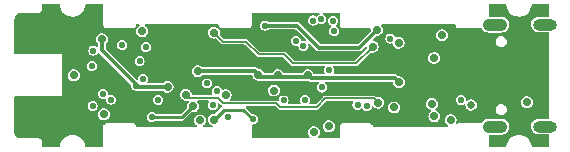
<source format=gbr>
%TF.GenerationSoftware,KiCad,Pcbnew,7.0.6*%
%TF.CreationDate,2023-08-14T23:22:26-07:00*%
%TF.ProjectId,GCP-2,4743502d-322e-46b6-9963-61645f706362,rev?*%
%TF.SameCoordinates,Original*%
%TF.FileFunction,Copper,L3,Inr*%
%TF.FilePolarity,Positive*%
%FSLAX46Y46*%
G04 Gerber Fmt 4.6, Leading zero omitted, Abs format (unit mm)*
G04 Created by KiCad (PCBNEW 7.0.6) date 2023-08-14 23:22:26*
%MOMM*%
%LPD*%
G01*
G04 APERTURE LIST*
%TA.AperFunction,ComponentPad*%
%ADD10O,2.100000X1.050000*%
%TD*%
%TA.AperFunction,ComponentPad*%
%ADD11O,2.000000X1.000000*%
%TD*%
%TA.AperFunction,ViaPad*%
%ADD12C,0.550000*%
%TD*%
%TA.AperFunction,ViaPad*%
%ADD13C,0.700000*%
%TD*%
%TA.AperFunction,ViaPad*%
%ADD14C,0.650000*%
%TD*%
%TA.AperFunction,Conductor*%
%ADD15C,0.350000*%
%TD*%
%TA.AperFunction,Conductor*%
%ADD16C,0.250000*%
%TD*%
%TA.AperFunction,Conductor*%
%ADD17C,0.150000*%
%TD*%
G04 APERTURE END LIST*
D10*
%TO.N,GND*%
%TO.C,J1*%
X216526187Y-151150946D03*
D11*
X220706187Y-151150946D03*
X220706187Y-142510946D03*
D10*
X216526187Y-142510946D03*
%TD*%
D12*
%TO.N,USB_BOOT*%
X182372000Y-146050000D03*
D13*
%TO.N,Net-(R3-Pad1)*%
X193695697Y-148486606D03*
%TO.N,XTAL_IN*%
X197791866Y-148103220D03*
%TO.N,GND*%
X198120000Y-146812000D03*
X219202000Y-149098000D03*
D12*
X187991475Y-148882200D03*
D13*
X196470764Y-146751305D03*
X183388000Y-150114000D03*
X211362718Y-150273906D03*
X191535313Y-150630225D03*
X191318560Y-146451787D03*
X190941352Y-149422630D03*
X208367922Y-147388245D03*
X201168000Y-151638000D03*
D12*
X187452000Y-150368000D03*
D13*
X200660000Y-146812000D03*
X208343905Y-144055246D03*
X180848000Y-146812000D03*
D12*
%TO.N,SIO2*%
X184945050Y-144264227D03*
X200287822Y-144315048D03*
%TO.N,SIO0*%
X183329531Y-148385788D03*
X201793827Y-142067869D03*
%TO.N,SCLK*%
X202795711Y-142202738D03*
X186724196Y-147123466D03*
%TO.N,SIO3*%
X184003876Y-148872280D03*
X202901679Y-143053696D03*
D13*
%TO.N,+3V3*%
X186628942Y-143070236D03*
X192692295Y-150555796D03*
D12*
X197054805Y-142594651D03*
D13*
X188781411Y-147791696D03*
X207971441Y-149534869D03*
X211351129Y-145340984D03*
D12*
X196022567Y-150551036D03*
D13*
X206506816Y-142972765D03*
X183219200Y-143737841D03*
X212741216Y-150591034D03*
X202438000Y-151130000D03*
D12*
X186105886Y-147678029D03*
%TO.N,+1V1*%
X202478822Y-146399334D03*
X198606155Y-148933565D03*
%TO.N,VCC*%
X213626085Y-148892121D03*
D14*
X214478650Y-149325629D03*
D12*
%TO.N,GC1*%
X200416269Y-148928126D03*
X192630956Y-149331111D03*
D13*
%TO.N,+5V*%
X191207561Y-143118722D03*
X206750636Y-150677559D03*
X213016317Y-143314091D03*
X185805006Y-149691413D03*
D12*
%TO.N,GC2*%
X201883120Y-147841162D03*
X207649979Y-143694420D03*
%TO.N,GC3*%
X205659402Y-149412042D03*
%TO.N,GC4*%
X204864639Y-149318115D03*
X193898381Y-150382450D03*
D13*
%TO.N,Net-(L1-DOUT)*%
X192703161Y-143198199D03*
X206145560Y-144379256D03*
%TO.N,Net-(L2-DOUT)*%
X212017795Y-143416527D03*
X211161337Y-149226128D03*
%TO.N,Net-(L3-DOUT)*%
X190342037Y-148465301D03*
X206604174Y-149124757D03*
D12*
%TO.N,USB_BOOT*%
X186933331Y-144414179D03*
X201097172Y-142170832D03*
%TO.N,SIO1*%
X199664856Y-143891174D03*
X186418974Y-145611676D03*
%TO.N,BTN_1*%
X192147468Y-147494690D03*
X182501911Y-144714473D03*
%TO.N,BTN_2*%
X192936575Y-148144951D03*
X182434617Y-149397925D03*
%TD*%
D15*
%TO.N,GND*%
X200904032Y-147056032D02*
X200660000Y-146812000D01*
X196470764Y-146751305D02*
X196660802Y-146941343D01*
D16*
X189995982Y-150368000D02*
X187452000Y-150368000D01*
X190941352Y-149422630D02*
X189995982Y-150368000D01*
D15*
X208367922Y-147388245D02*
X208035709Y-147056032D01*
X200530657Y-146941343D02*
X200660000Y-146812000D01*
X196660802Y-146941343D02*
X200530657Y-146941343D01*
X196171246Y-146451787D02*
X191318560Y-146451787D01*
X196470764Y-146751305D02*
X196171246Y-146451787D01*
X208035709Y-147056032D02*
X200904032Y-147056032D01*
%TO.N,+3V3*%
X186105886Y-147578484D02*
X183219200Y-144691798D01*
X186105886Y-147678029D02*
X186219553Y-147791696D01*
X199739427Y-142594651D02*
X201611854Y-144467078D01*
X186105886Y-147678029D02*
X186105886Y-147578484D01*
D16*
X192692295Y-150555796D02*
X193532928Y-149715163D01*
X193532928Y-149715163D02*
X195186694Y-149715163D01*
D15*
X197054805Y-142594651D02*
X199739427Y-142594651D01*
X183219200Y-144691798D02*
X183219200Y-143737841D01*
X201611854Y-144467078D02*
X205012503Y-144467078D01*
X205012503Y-144467078D02*
X206506816Y-142972765D01*
X186219553Y-147791696D02*
X188781411Y-147791696D01*
D16*
X195186694Y-149715163D02*
X196022567Y-150551036D01*
D17*
%TO.N,Net-(L1-DOUT)*%
X193465161Y-143960199D02*
X195407477Y-143960199D01*
X196481278Y-145034000D02*
X198628000Y-145034000D01*
X195407477Y-143960199D02*
X196481278Y-145034000D01*
X204728816Y-145796000D02*
X206145560Y-144379256D01*
X192703161Y-143198199D02*
X193465161Y-143960199D01*
X198628000Y-145034000D02*
X199390000Y-145796000D01*
X199390000Y-145796000D02*
X204728816Y-145796000D01*
%TO.N,Net-(L3-DOUT)*%
X193485382Y-149173780D02*
X193024965Y-148713363D01*
X201393983Y-149491518D02*
X198311595Y-149491518D01*
X206245035Y-148765618D02*
X202119883Y-148765618D01*
X198311595Y-149491518D02*
X197993857Y-149173780D01*
X206604174Y-149124757D02*
X206245035Y-148765618D01*
X193024965Y-148713363D02*
X190590099Y-148713363D01*
X202119883Y-148765618D02*
X201393983Y-149491518D01*
X190590099Y-148713363D02*
X190342037Y-148465301D01*
X197993857Y-149173780D02*
X193485382Y-149173780D01*
%TD*%
%TA.AperFunction,Conductor*%
%TO.N,+5V*%
G36*
X179644176Y-140783403D02*
G01*
X179669486Y-140827240D01*
X179670610Y-140840090D01*
X179670610Y-140865255D01*
X179707234Y-141061178D01*
X179743095Y-141153744D01*
X179779237Y-141247036D01*
X179854155Y-141368033D01*
X179872784Y-141398120D01*
X179884165Y-141416500D01*
X179953789Y-141492874D01*
X180013818Y-141558723D01*
X180018446Y-141563799D01*
X180157211Y-141668590D01*
X180177502Y-141683913D01*
X180177504Y-141683915D01*
X180177505Y-141683915D01*
X180177506Y-141683916D01*
X180355930Y-141772761D01*
X180547641Y-141827307D01*
X180547652Y-141827308D01*
X180746107Y-141845698D01*
X180746110Y-141845698D01*
X180746113Y-141845698D01*
X180887584Y-141832588D01*
X180944579Y-141827307D01*
X181136290Y-141772761D01*
X181314714Y-141683916D01*
X181473774Y-141563799D01*
X181608055Y-141416500D01*
X181712983Y-141247036D01*
X181784986Y-141061176D01*
X181821610Y-140865250D01*
X181821610Y-140840090D01*
X181838923Y-140792524D01*
X181882760Y-140767214D01*
X181895610Y-140766090D01*
X183248721Y-140766090D01*
X183296287Y-140783403D01*
X183321597Y-140827240D01*
X183322721Y-140840090D01*
X183322721Y-142447828D01*
X183318051Y-142460657D01*
X183321794Y-142484290D01*
X183322705Y-142495866D01*
X183322705Y-142539440D01*
X183331303Y-142571530D01*
X183330394Y-142581913D01*
X183334647Y-142590260D01*
X183340191Y-142604701D01*
X183346591Y-142628584D01*
X183346592Y-142628588D01*
X183370906Y-142670700D01*
X183372866Y-142681820D01*
X183376530Y-142685483D01*
X183388291Y-142700810D01*
X183389910Y-142703616D01*
X183392735Y-142708509D01*
X183392738Y-142708513D01*
X183457999Y-142773772D01*
X183465705Y-142778221D01*
X183481032Y-142789980D01*
X183484540Y-142793488D01*
X183495812Y-142795601D01*
X183537928Y-142819915D01*
X183561826Y-142826317D01*
X183576262Y-142831858D01*
X183584498Y-142836054D01*
X183594676Y-142835118D01*
X183594994Y-142835203D01*
X183627071Y-142843796D01*
X183627075Y-142843797D01*
X183670551Y-142843795D01*
X183682136Y-142844707D01*
X183704732Y-142848288D01*
X183715911Y-142843829D01*
X183718166Y-142843795D01*
X185723970Y-142843795D01*
X185736665Y-142848415D01*
X185760057Y-142844711D01*
X185771632Y-142843800D01*
X185815145Y-142843799D01*
X185818952Y-142842779D01*
X185847363Y-142835166D01*
X185857709Y-142836071D01*
X185866001Y-142831846D01*
X185880439Y-142826303D01*
X185904289Y-142819913D01*
X185946476Y-142795555D01*
X185957575Y-142793598D01*
X185961218Y-142789955D01*
X185976543Y-142778196D01*
X185984213Y-142773768D01*
X186049471Y-142708509D01*
X186053898Y-142700839D01*
X186065658Y-142685514D01*
X186069149Y-142682022D01*
X186071260Y-142670767D01*
X186095615Y-142628584D01*
X186102004Y-142604736D01*
X186107546Y-142590299D01*
X186111715Y-142582115D01*
X186110783Y-142571972D01*
X186110835Y-142571778D01*
X186116980Y-142548844D01*
X186146016Y-142507381D01*
X186188458Y-142494000D01*
X186347808Y-142494000D01*
X186395374Y-142511313D01*
X186420684Y-142555150D01*
X186411894Y-142605000D01*
X186387815Y-142630253D01*
X186297817Y-142688091D01*
X186297810Y-142688096D01*
X186203565Y-142796862D01*
X186143776Y-142927781D01*
X186123295Y-143070235D01*
X186143776Y-143212690D01*
X186143776Y-143212691D01*
X186143777Y-143212693D01*
X186173551Y-143277888D01*
X186203565Y-143343609D01*
X186297810Y-143452375D01*
X186297811Y-143452376D01*
X186297814Y-143452379D01*
X186418889Y-143530189D01*
X186503743Y-143555104D01*
X186556977Y-143570735D01*
X186556979Y-143570736D01*
X186556981Y-143570736D01*
X186700905Y-143570736D01*
X186700906Y-143570735D01*
X186838995Y-143530189D01*
X186960070Y-143452379D01*
X187054319Y-143343609D01*
X187114107Y-143212693D01*
X187134589Y-143070236D01*
X187114107Y-142927779D01*
X187054319Y-142796863D01*
X187015654Y-142752241D01*
X186960073Y-142688096D01*
X186960071Y-142688095D01*
X186960070Y-142688093D01*
X186870069Y-142630253D01*
X186839413Y-142589972D01*
X186841822Y-142539410D01*
X186876167Y-142502226D01*
X186910076Y-142494000D01*
X193049547Y-142494000D01*
X193097113Y-142511313D01*
X193121025Y-142548846D01*
X193126347Y-142568709D01*
X193127103Y-142571530D01*
X193127170Y-142571778D01*
X193126267Y-142582099D01*
X193130472Y-142590353D01*
X193136015Y-142604792D01*
X193140865Y-142622892D01*
X193142390Y-142628582D01*
X193166781Y-142670829D01*
X193168735Y-142681915D01*
X193172365Y-142685545D01*
X193184123Y-142700868D01*
X193188533Y-142708506D01*
X193253791Y-142773765D01*
X193261423Y-142778171D01*
X193276752Y-142789933D01*
X193280227Y-142793408D01*
X193291465Y-142795516D01*
X193327037Y-142816054D01*
X193333713Y-142819908D01*
X193333714Y-142819908D01*
X193333716Y-142819909D01*
X193357506Y-142826284D01*
X193371949Y-142831828D01*
X193380088Y-142835975D01*
X193390202Y-142835045D01*
X193422856Y-142843795D01*
X193466343Y-142843795D01*
X193477916Y-142844706D01*
X193500420Y-142848269D01*
X193511547Y-142843830D01*
X193513809Y-142843795D01*
X195520548Y-142843795D01*
X195532995Y-142848325D01*
X195555864Y-142844705D01*
X195567436Y-142843795D01*
X195572199Y-142843795D01*
X195572351Y-142843779D01*
X195610923Y-142843781D01*
X195643393Y-142835082D01*
X195653674Y-142835981D01*
X195661873Y-142831805D01*
X195676310Y-142826263D01*
X195700066Y-142819900D01*
X195742387Y-142795467D01*
X195753451Y-142793516D01*
X195757060Y-142789908D01*
X195772387Y-142778148D01*
X195779991Y-142773759D01*
X195845249Y-142708504D01*
X195849640Y-142700897D01*
X195861398Y-142685576D01*
X195864854Y-142682120D01*
X195866958Y-142670902D01*
X195891394Y-142628581D01*
X195897757Y-142604832D01*
X195903300Y-142590393D01*
X195907420Y-142582307D01*
X195906494Y-142572225D01*
X195915279Y-142539439D01*
X195915279Y-142495954D01*
X195916188Y-142484388D01*
X195919743Y-142461919D01*
X195915314Y-142450817D01*
X195915279Y-142448556D01*
X195915279Y-141615090D01*
X195932592Y-141567524D01*
X195976429Y-141542214D01*
X195989279Y-141541090D01*
X201582213Y-141541090D01*
X201629779Y-141558403D01*
X201655089Y-141602240D01*
X201646299Y-141652090D01*
X201615808Y-141681024D01*
X201540607Y-141719340D01*
X201445617Y-141814330D01*
X201399740Y-141835722D01*
X201356055Y-141824016D01*
X201355581Y-141824948D01*
X201351200Y-141822715D01*
X201350846Y-141822621D01*
X201350426Y-141822321D01*
X201230298Y-141761113D01*
X201230298Y-141761112D01*
X201097172Y-141740028D01*
X200964045Y-141761112D01*
X200964045Y-141761113D01*
X200843952Y-141822303D01*
X200748643Y-141917612D01*
X200687453Y-142037705D01*
X200687452Y-142037705D01*
X200666368Y-142170832D01*
X200687452Y-142303958D01*
X200748643Y-142424051D01*
X200748644Y-142424052D01*
X200843952Y-142519360D01*
X200964045Y-142580550D01*
X200964045Y-142580551D01*
X200975133Y-142582307D01*
X201097172Y-142601636D01*
X201230298Y-142580551D01*
X201350392Y-142519360D01*
X201445382Y-142424369D01*
X201491257Y-142402978D01*
X201534943Y-142414683D01*
X201535418Y-142413753D01*
X201539796Y-142415984D01*
X201540151Y-142416079D01*
X201540570Y-142416378D01*
X201540606Y-142416396D01*
X201540607Y-142416397D01*
X201660700Y-142477587D01*
X201660700Y-142477588D01*
X201678902Y-142480470D01*
X201793827Y-142498673D01*
X201926953Y-142477588D01*
X202047047Y-142416397D01*
X202142355Y-142321089D01*
X202202658Y-142202737D01*
X202364907Y-142202737D01*
X202385991Y-142335864D01*
X202447182Y-142455957D01*
X202447183Y-142455958D01*
X202542491Y-142551266D01*
X202623895Y-142592743D01*
X202658415Y-142629762D01*
X202661065Y-142680311D01*
X202642624Y-142711002D01*
X202553150Y-142800476D01*
X202491960Y-142920569D01*
X202491959Y-142920569D01*
X202470875Y-143053696D01*
X202491959Y-143186822D01*
X202553150Y-143306915D01*
X202553151Y-143306916D01*
X202648459Y-143402224D01*
X202768552Y-143463414D01*
X202768552Y-143463415D01*
X202775201Y-143464468D01*
X202901679Y-143484500D01*
X203034805Y-143463415D01*
X203154899Y-143402224D01*
X203250207Y-143306916D01*
X203311398Y-143186822D01*
X203332483Y-143053696D01*
X203311398Y-142920570D01*
X203311398Y-142920569D01*
X203250207Y-142800476D01*
X203154898Y-142705167D01*
X203073496Y-142663691D01*
X203038974Y-142626671D01*
X203036324Y-142576121D01*
X203054763Y-142545433D01*
X203144239Y-142455958D01*
X203205430Y-142335864D01*
X203225632Y-142208311D01*
X203227598Y-142204764D01*
X203225632Y-142197163D01*
X203205430Y-142069611D01*
X203144239Y-141949518D01*
X203048930Y-141854209D01*
X202928837Y-141793019D01*
X202928837Y-141793018D01*
X202795711Y-141771934D01*
X202662584Y-141793018D01*
X202662584Y-141793019D01*
X202542491Y-141854209D01*
X202447182Y-141949518D01*
X202385992Y-142069611D01*
X202385991Y-142069611D01*
X202364907Y-142202737D01*
X202202658Y-142202737D01*
X202203546Y-142200995D01*
X202224631Y-142067869D01*
X202203546Y-141934743D01*
X202203546Y-141934742D01*
X202142355Y-141814649D01*
X202047046Y-141719340D01*
X201971846Y-141681024D01*
X201937324Y-141644004D01*
X201934675Y-141593454D01*
X201965138Y-141553028D01*
X202005441Y-141541090D01*
X203298721Y-141541090D01*
X203346287Y-141558403D01*
X203371597Y-141602240D01*
X203372721Y-141615090D01*
X203372721Y-142185587D01*
X203367633Y-142199564D01*
X203371361Y-142205768D01*
X203372721Y-142219888D01*
X203372721Y-142447828D01*
X203368051Y-142460657D01*
X203371794Y-142484290D01*
X203372705Y-142495866D01*
X203372705Y-142539440D01*
X203381303Y-142571530D01*
X203380394Y-142581913D01*
X203384647Y-142590260D01*
X203390191Y-142604701D01*
X203396591Y-142628584D01*
X203396592Y-142628588D01*
X203420906Y-142670700D01*
X203422866Y-142681820D01*
X203426530Y-142685483D01*
X203438291Y-142700810D01*
X203439910Y-142703616D01*
X203442735Y-142708509D01*
X203442738Y-142708513D01*
X203507999Y-142773772D01*
X203515705Y-142778221D01*
X203531032Y-142789980D01*
X203534540Y-142793488D01*
X203545812Y-142795601D01*
X203587928Y-142819915D01*
X203611826Y-142826317D01*
X203626262Y-142831858D01*
X203634498Y-142836054D01*
X203644676Y-142835118D01*
X203644994Y-142835203D01*
X203677071Y-142843796D01*
X203677075Y-142843797D01*
X203720551Y-142843795D01*
X203732136Y-142844707D01*
X203754732Y-142848288D01*
X203765911Y-142843829D01*
X203768166Y-142843795D01*
X205773970Y-142843795D01*
X205786665Y-142848415D01*
X205810057Y-142844711D01*
X205821632Y-142843800D01*
X205865145Y-142843799D01*
X205868952Y-142842779D01*
X205897363Y-142835166D01*
X205917081Y-142836890D01*
X205952855Y-142832499D01*
X205995307Y-142860068D01*
X206010107Y-142908475D01*
X206009455Y-142915133D01*
X206001169Y-142972766D01*
X206001169Y-142972769D01*
X206001594Y-142975726D01*
X206001169Y-142977756D01*
X206001169Y-142978058D01*
X206001106Y-142978058D01*
X205991225Y-143025272D01*
X205980673Y-143038580D01*
X204899351Y-144119904D01*
X204853475Y-144141296D01*
X204847025Y-144141578D01*
X201777332Y-144141578D01*
X201729766Y-144124265D01*
X201725006Y-144119904D01*
X199980784Y-142375682D01*
X199978603Y-142373302D01*
X199975790Y-142369950D01*
X199951882Y-142341457D01*
X199934515Y-142331429D01*
X199915885Y-142320673D01*
X199913163Y-142318939D01*
X199879112Y-142295097D01*
X199879109Y-142295096D01*
X199874474Y-142293854D01*
X199856627Y-142286462D01*
X199852471Y-142284062D01*
X199811541Y-142276844D01*
X199808391Y-142276146D01*
X199768233Y-142265386D01*
X199768232Y-142265386D01*
X199735245Y-142268273D01*
X199726821Y-142269010D01*
X199723601Y-142269151D01*
X197361705Y-142269151D01*
X197314139Y-142251838D01*
X197309379Y-142247477D01*
X197308024Y-142246122D01*
X197187931Y-142184932D01*
X197187931Y-142184931D01*
X197054805Y-142163847D01*
X196921678Y-142184931D01*
X196921678Y-142184932D01*
X196801585Y-142246122D01*
X196706276Y-142341431D01*
X196645086Y-142461524D01*
X196645085Y-142461524D01*
X196624001Y-142594651D01*
X196645085Y-142727777D01*
X196706276Y-142847870D01*
X196706277Y-142847871D01*
X196801585Y-142943179D01*
X196921678Y-143004369D01*
X196921678Y-143004370D01*
X196939880Y-143007252D01*
X197054805Y-143025455D01*
X197187931Y-143004370D01*
X197308025Y-142943179D01*
X197309379Y-142941825D01*
X197310802Y-142941161D01*
X197312741Y-142939753D01*
X197313014Y-142940129D01*
X197355255Y-142920433D01*
X197361705Y-142920151D01*
X199573949Y-142920151D01*
X199621515Y-142937464D01*
X199626275Y-142941825D01*
X200460508Y-143776058D01*
X200481900Y-143821934D01*
X200468799Y-143870829D01*
X200427335Y-143899863D01*
X200396606Y-143901473D01*
X200287822Y-143884244D01*
X200172380Y-143902528D01*
X200122691Y-143892869D01*
X200090836Y-143853531D01*
X200087716Y-143841021D01*
X200074575Y-143758048D01*
X200013384Y-143637954D01*
X199918076Y-143542646D01*
X199918075Y-143542646D01*
X199918075Y-143542645D01*
X199797982Y-143481455D01*
X199797982Y-143481454D01*
X199664856Y-143460370D01*
X199531729Y-143481454D01*
X199531729Y-143481455D01*
X199411636Y-143542645D01*
X199316327Y-143637954D01*
X199255137Y-143758047D01*
X199255136Y-143758047D01*
X199234052Y-143891174D01*
X199255136Y-144024300D01*
X199314749Y-144141296D01*
X199316328Y-144144394D01*
X199411636Y-144239702D01*
X199531729Y-144300892D01*
X199531729Y-144300893D01*
X199552813Y-144304232D01*
X199664856Y-144321978D01*
X199780299Y-144303693D01*
X199829985Y-144313351D01*
X199861841Y-144352689D01*
X199864962Y-144365206D01*
X199878102Y-144448173D01*
X199878103Y-144448174D01*
X199933537Y-144556971D01*
X199939294Y-144568268D01*
X200034602Y-144663576D01*
X200154695Y-144724766D01*
X200154695Y-144724767D01*
X200175780Y-144728106D01*
X200287822Y-144745852D01*
X200420948Y-144724767D01*
X200541042Y-144663576D01*
X200636350Y-144568268D01*
X200697541Y-144448174D01*
X200718626Y-144315048D01*
X200701396Y-144206262D01*
X200711055Y-144156574D01*
X200750393Y-144124719D01*
X200801004Y-144125602D01*
X200826811Y-144142361D01*
X201370501Y-144686051D01*
X201372673Y-144688421D01*
X201399399Y-144720272D01*
X201435400Y-144741057D01*
X201438124Y-144742793D01*
X201472168Y-144766631D01*
X201472170Y-144766632D01*
X201476803Y-144767873D01*
X201494649Y-144775264D01*
X201498809Y-144777666D01*
X201498812Y-144777666D01*
X201498813Y-144777667D01*
X201498812Y-144777667D01*
X201539742Y-144784884D01*
X201542892Y-144785582D01*
X201583047Y-144796342D01*
X201583047Y-144796341D01*
X201583048Y-144796342D01*
X201590894Y-144795655D01*
X201624464Y-144792718D01*
X201627683Y-144792578D01*
X204996677Y-144792578D01*
X204999897Y-144792718D01*
X205026049Y-144795006D01*
X205041308Y-144796342D01*
X205041308Y-144796341D01*
X205041310Y-144796342D01*
X205081470Y-144785580D01*
X205084603Y-144784885D01*
X205125548Y-144777666D01*
X205129697Y-144775269D01*
X205147558Y-144767872D01*
X205147562Y-144767871D01*
X205152187Y-144766632D01*
X205186235Y-144742790D01*
X205188953Y-144741058D01*
X205224958Y-144720272D01*
X205251690Y-144688412D01*
X205253855Y-144686051D01*
X205525416Y-144414489D01*
X205571291Y-144393098D01*
X205620186Y-144406199D01*
X205649220Y-144447663D01*
X205650988Y-144456285D01*
X205658115Y-144505858D01*
X205647747Y-144555404D01*
X205637194Y-144568715D01*
X204657085Y-145548826D01*
X204611209Y-145570218D01*
X204604759Y-145570500D01*
X199514057Y-145570500D01*
X199466491Y-145553187D01*
X199461731Y-145548826D01*
X198792321Y-144879416D01*
X198790988Y-144878011D01*
X198763508Y-144847492D01*
X198763504Y-144847489D01*
X198741252Y-144837582D01*
X198731047Y-144832041D01*
X198710619Y-144818774D01*
X198710616Y-144818773D01*
X198704505Y-144817805D01*
X198702213Y-144817442D01*
X198683700Y-144811958D01*
X198675932Y-144808500D01*
X198675931Y-144808500D01*
X198651573Y-144808500D01*
X198639998Y-144807589D01*
X198636474Y-144807031D01*
X198615935Y-144803777D01*
X198615934Y-144803777D01*
X198607720Y-144805979D01*
X198588568Y-144808500D01*
X196605335Y-144808500D01*
X196557769Y-144791187D01*
X196553009Y-144786826D01*
X195571798Y-143805615D01*
X195570465Y-143804210D01*
X195542985Y-143773691D01*
X195542981Y-143773688D01*
X195520729Y-143763781D01*
X195510524Y-143758240D01*
X195490096Y-143744973D01*
X195490093Y-143744972D01*
X195483982Y-143744004D01*
X195481690Y-143743641D01*
X195463177Y-143738157D01*
X195455409Y-143734699D01*
X195455408Y-143734699D01*
X195431050Y-143734699D01*
X195419475Y-143733788D01*
X195415951Y-143733230D01*
X195395412Y-143729976D01*
X195395411Y-143729976D01*
X195387197Y-143732178D01*
X195368045Y-143734699D01*
X193589218Y-143734699D01*
X193541652Y-143717386D01*
X193536892Y-143713025D01*
X193211525Y-143387658D01*
X193190133Y-143341782D01*
X193190603Y-143324814D01*
X193208808Y-143198199D01*
X193188326Y-143055742D01*
X193128538Y-142924826D01*
X193074335Y-142862272D01*
X193034292Y-142816059D01*
X193034290Y-142816058D01*
X193034289Y-142816056D01*
X192968492Y-142773771D01*
X192913215Y-142738246D01*
X192913211Y-142738245D01*
X192775125Y-142697699D01*
X192775122Y-142697699D01*
X192631200Y-142697699D01*
X192631197Y-142697699D01*
X192493110Y-142738245D01*
X192493106Y-142738246D01*
X192372036Y-142816054D01*
X192372029Y-142816059D01*
X192277784Y-142924825D01*
X192217995Y-143055744D01*
X192201333Y-143171634D01*
X192197514Y-143198199D01*
X192199598Y-143212693D01*
X192217995Y-143340653D01*
X192217995Y-143340654D01*
X192217996Y-143340656D01*
X192269017Y-143452375D01*
X192277784Y-143471572D01*
X192372029Y-143580338D01*
X192372030Y-143580339D01*
X192372033Y-143580342D01*
X192493108Y-143658152D01*
X192599510Y-143689394D01*
X192631196Y-143698698D01*
X192631198Y-143698699D01*
X192631200Y-143698699D01*
X192775120Y-143698699D01*
X192775122Y-143698699D01*
X192817742Y-143686184D01*
X192868258Y-143689394D01*
X192890916Y-143704860D01*
X193300847Y-144114791D01*
X193302180Y-144116196D01*
X193329653Y-144146708D01*
X193351907Y-144156616D01*
X193362108Y-144162154D01*
X193382544Y-144175425D01*
X193390941Y-144176754D01*
X193409462Y-144182240D01*
X193417229Y-144185699D01*
X193441589Y-144185699D01*
X193453163Y-144186609D01*
X193463330Y-144188220D01*
X193477226Y-144190421D01*
X193477227Y-144190421D01*
X193485442Y-144188220D01*
X193504594Y-144185699D01*
X195283419Y-144185699D01*
X195330985Y-144203012D01*
X195335745Y-144207373D01*
X196316956Y-145188583D01*
X196318289Y-145189988D01*
X196345769Y-145220507D01*
X196345771Y-145220509D01*
X196368034Y-145230420D01*
X196378228Y-145235956D01*
X196398660Y-145249226D01*
X196407057Y-145250555D01*
X196425579Y-145256042D01*
X196433346Y-145259500D01*
X196457705Y-145259500D01*
X196469279Y-145260410D01*
X196479446Y-145262021D01*
X196493342Y-145264222D01*
X196493343Y-145264222D01*
X196501558Y-145262021D01*
X196520710Y-145259500D01*
X198503942Y-145259500D01*
X198551508Y-145276813D01*
X198556268Y-145281174D01*
X199225686Y-145950592D01*
X199227019Y-145951997D01*
X199254492Y-145982509D01*
X199276746Y-145992417D01*
X199286947Y-145997955D01*
X199307383Y-146011226D01*
X199315780Y-146012555D01*
X199334301Y-146018041D01*
X199342068Y-146021500D01*
X199366428Y-146021500D01*
X199378002Y-146022410D01*
X199388169Y-146024021D01*
X199402065Y-146026222D01*
X199402066Y-146026222D01*
X199410281Y-146024021D01*
X199429433Y-146021500D01*
X202076256Y-146021500D01*
X202123822Y-146038813D01*
X202149132Y-146082650D01*
X202140342Y-146132500D01*
X202133587Y-146141302D01*
X202133720Y-146141398D01*
X202130293Y-146146114D01*
X202069103Y-146266207D01*
X202069102Y-146266207D01*
X202048018Y-146399334D01*
X202069102Y-146532457D01*
X202069102Y-146532458D01*
X202069103Y-146532460D01*
X202115204Y-146622938D01*
X202121372Y-146673179D01*
X202093803Y-146715631D01*
X202049269Y-146730532D01*
X201218056Y-146730532D01*
X201170490Y-146713219D01*
X201147982Y-146674236D01*
X201146658Y-146674625D01*
X201145167Y-146669548D01*
X201137406Y-146652554D01*
X201085377Y-146538627D01*
X201061814Y-146511434D01*
X200991131Y-146429860D01*
X200991129Y-146429859D01*
X200991128Y-146429857D01*
X200934182Y-146393260D01*
X200870054Y-146352047D01*
X200870050Y-146352046D01*
X200731964Y-146311500D01*
X200731961Y-146311500D01*
X200588039Y-146311500D01*
X200588036Y-146311500D01*
X200449949Y-146352046D01*
X200449945Y-146352047D01*
X200328875Y-146429855D01*
X200328868Y-146429860D01*
X200234622Y-146538627D01*
X200219114Y-146572585D01*
X200183606Y-146608660D01*
X200151802Y-146615843D01*
X198628198Y-146615843D01*
X198580632Y-146598530D01*
X198560886Y-146572585D01*
X198545377Y-146538627D01*
X198451131Y-146429860D01*
X198451129Y-146429859D01*
X198451128Y-146429857D01*
X198394182Y-146393260D01*
X198330054Y-146352047D01*
X198330050Y-146352046D01*
X198191964Y-146311500D01*
X198191961Y-146311500D01*
X198048039Y-146311500D01*
X198048036Y-146311500D01*
X197909949Y-146352046D01*
X197909945Y-146352047D01*
X197788875Y-146429855D01*
X197788868Y-146429860D01*
X197694622Y-146538627D01*
X197679114Y-146572585D01*
X197643606Y-146608660D01*
X197611802Y-146615843D01*
X197006680Y-146615843D01*
X196959114Y-146598530D01*
X196939368Y-146572585D01*
X196896141Y-146477932D01*
X196801892Y-146369162D01*
X196712168Y-146311500D01*
X196680818Y-146291352D01*
X196680814Y-146291351D01*
X196542728Y-146250805D01*
X196542725Y-146250805D01*
X196462019Y-146250805D01*
X196414453Y-146233492D01*
X196405332Y-146224372D01*
X196404316Y-146223162D01*
X196383701Y-146198593D01*
X196366334Y-146188565D01*
X196347704Y-146177809D01*
X196344982Y-146176075D01*
X196310931Y-146152233D01*
X196310928Y-146152232D01*
X196306293Y-146150990D01*
X196288446Y-146143598D01*
X196284290Y-146141198D01*
X196243360Y-146133980D01*
X196240210Y-146133282D01*
X196200052Y-146122522D01*
X196200051Y-146122522D01*
X196167064Y-146125409D01*
X196158640Y-146126146D01*
X196155420Y-146126287D01*
X191732564Y-146126287D01*
X191684998Y-146108974D01*
X191676642Y-146100751D01*
X191649688Y-146069644D01*
X191574854Y-146021551D01*
X191528614Y-145991834D01*
X191528610Y-145991833D01*
X191390524Y-145951287D01*
X191390521Y-145951287D01*
X191246599Y-145951287D01*
X191246596Y-145951287D01*
X191108509Y-145991833D01*
X191108505Y-145991834D01*
X190987435Y-146069642D01*
X190987428Y-146069647D01*
X190893183Y-146178413D01*
X190833394Y-146309332D01*
X190812913Y-146451787D01*
X190833394Y-146594241D01*
X190833394Y-146594242D01*
X190833395Y-146594244D01*
X190887730Y-146713219D01*
X190893183Y-146725160D01*
X190987428Y-146833926D01*
X190987429Y-146833927D01*
X190987432Y-146833930D01*
X191108507Y-146911740D01*
X191214963Y-146942998D01*
X191246595Y-146952286D01*
X191246597Y-146952287D01*
X191246599Y-146952287D01*
X191390523Y-146952287D01*
X191390524Y-146952286D01*
X191528613Y-146911740D01*
X191649688Y-146833930D01*
X191676639Y-146802826D01*
X191720872Y-146778217D01*
X191732564Y-146777287D01*
X195904731Y-146777287D01*
X195952297Y-146794600D01*
X195977607Y-146838437D01*
X195977978Y-146840756D01*
X195985598Y-146893759D01*
X195985598Y-146893760D01*
X195985599Y-146893762D01*
X196013318Y-146954457D01*
X196045387Y-147024678D01*
X196139632Y-147133444D01*
X196139633Y-147133445D01*
X196139636Y-147133448D01*
X196260711Y-147211258D01*
X196363605Y-147241470D01*
X196398799Y-147251804D01*
X196398801Y-147251805D01*
X196540570Y-147251805D01*
X196553416Y-147252928D01*
X196588717Y-147259152D01*
X196591830Y-147259843D01*
X196631995Y-147270606D01*
X196673400Y-147266983D01*
X196676619Y-147266843D01*
X197882660Y-147266843D01*
X197904533Y-147271600D01*
X197904868Y-147270462D01*
X198048034Y-147312499D01*
X198048037Y-147312500D01*
X198048039Y-147312500D01*
X198191963Y-147312500D01*
X198191965Y-147312499D01*
X198335132Y-147270462D01*
X198335466Y-147271600D01*
X198357340Y-147266843D01*
X200422660Y-147266843D01*
X200444533Y-147271600D01*
X200444868Y-147270462D01*
X200588034Y-147312499D01*
X200588037Y-147312500D01*
X200588039Y-147312500D01*
X200677420Y-147312500D01*
X200714421Y-147322415D01*
X200727581Y-147330013D01*
X200730289Y-147331738D01*
X200764348Y-147355586D01*
X200768977Y-147356826D01*
X200786832Y-147364221D01*
X200790987Y-147366620D01*
X200831947Y-147373841D01*
X200835060Y-147374532D01*
X200875225Y-147385295D01*
X200916630Y-147381672D01*
X200919849Y-147381532D01*
X201562350Y-147381532D01*
X201609916Y-147398845D01*
X201635226Y-147442682D01*
X201626436Y-147492532D01*
X201614676Y-147507858D01*
X201534592Y-147587941D01*
X201534591Y-147587942D01*
X201473401Y-147708035D01*
X201473400Y-147708035D01*
X201452316Y-147841161D01*
X201473400Y-147974288D01*
X201534591Y-148094381D01*
X201534592Y-148094382D01*
X201629900Y-148189690D01*
X201749993Y-148250880D01*
X201749993Y-148250881D01*
X201768195Y-148253763D01*
X201883120Y-148271966D01*
X202016246Y-148250881D01*
X202136340Y-148189690D01*
X202231648Y-148094382D01*
X202292839Y-147974288D01*
X202313924Y-147841162D01*
X202294905Y-147721080D01*
X202292839Y-147708035D01*
X202231648Y-147587942D01*
X202151564Y-147507858D01*
X202130172Y-147461982D01*
X202143273Y-147413087D01*
X202184737Y-147384053D01*
X202203890Y-147381532D01*
X207797188Y-147381532D01*
X207844754Y-147398845D01*
X207870064Y-147442682D01*
X207870435Y-147445001D01*
X207882756Y-147530699D01*
X207882756Y-147530700D01*
X207882757Y-147530702D01*
X207915647Y-147602720D01*
X207942545Y-147661618D01*
X208036790Y-147770384D01*
X208036791Y-147770385D01*
X208036794Y-147770388D01*
X208100229Y-147811155D01*
X208146920Y-147841162D01*
X208157869Y-147848198D01*
X208264325Y-147879456D01*
X208295957Y-147888744D01*
X208295959Y-147888745D01*
X208295961Y-147888745D01*
X208439885Y-147888745D01*
X208439886Y-147888744D01*
X208577975Y-147848198D01*
X208699050Y-147770388D01*
X208793299Y-147661618D01*
X208853087Y-147530702D01*
X208873569Y-147388245D01*
X208853087Y-147245788D01*
X208793299Y-147114872D01*
X208699050Y-147006102D01*
X208615312Y-146952287D01*
X208577976Y-146928292D01*
X208577972Y-146928291D01*
X208439886Y-146887745D01*
X208439883Y-146887745D01*
X208358400Y-146887745D01*
X208310834Y-146870432D01*
X208306074Y-146866071D01*
X208277066Y-146837063D01*
X208274885Y-146834683D01*
X208272072Y-146831331D01*
X208248164Y-146802838D01*
X208230797Y-146792810D01*
X208212167Y-146782054D01*
X208209445Y-146780320D01*
X208175394Y-146756478D01*
X208175391Y-146756477D01*
X208170756Y-146755235D01*
X208152909Y-146747843D01*
X208148753Y-146745443D01*
X208107823Y-146738225D01*
X208104673Y-146737527D01*
X208064515Y-146726767D01*
X208064514Y-146726767D01*
X208031527Y-146729654D01*
X208023103Y-146730391D01*
X208019883Y-146730532D01*
X202908375Y-146730532D01*
X202860809Y-146713219D01*
X202835499Y-146669382D01*
X202842439Y-146622938D01*
X202888541Y-146532460D01*
X202909626Y-146399334D01*
X202888541Y-146266208D01*
X202888541Y-146266207D01*
X202827350Y-146146114D01*
X202823924Y-146141398D01*
X202825522Y-146140236D01*
X202807670Y-146101950D01*
X202820771Y-146053055D01*
X202862235Y-146024021D01*
X202881388Y-146021500D01*
X204721924Y-146021500D01*
X204723860Y-146021551D01*
X204764878Y-146023700D01*
X204764878Y-146023699D01*
X204764880Y-146023700D01*
X204787632Y-146014965D01*
X204798743Y-146011674D01*
X204822584Y-146006607D01*
X204829463Y-146001608D01*
X204846434Y-145992394D01*
X204854376Y-145989346D01*
X204871606Y-145972113D01*
X204880430Y-145964577D01*
X204900139Y-145950260D01*
X204904389Y-145942897D01*
X204916145Y-145927575D01*
X205502735Y-145340984D01*
X210845482Y-145340984D01*
X210865963Y-145483438D01*
X210925752Y-145614357D01*
X211019997Y-145723123D01*
X211019998Y-145723124D01*
X211020001Y-145723127D01*
X211112603Y-145782638D01*
X211134607Y-145796780D01*
X211141076Y-145800937D01*
X211247532Y-145832195D01*
X211279164Y-145841483D01*
X211279166Y-145841484D01*
X211279168Y-145841484D01*
X211423092Y-145841484D01*
X211423093Y-145841483D01*
X211561182Y-145800937D01*
X211682257Y-145723127D01*
X211776506Y-145614357D01*
X211836294Y-145483441D01*
X211856776Y-145340984D01*
X211836294Y-145198527D01*
X211776506Y-145067611D01*
X211747382Y-145034000D01*
X211682260Y-144958844D01*
X211682258Y-144958843D01*
X211682257Y-144958841D01*
X211614229Y-144915122D01*
X211561183Y-144881031D01*
X211561179Y-144881030D01*
X211423093Y-144840484D01*
X211423090Y-144840484D01*
X211279168Y-144840484D01*
X211279165Y-144840484D01*
X211141078Y-144881030D01*
X211141074Y-144881031D01*
X211020004Y-144958839D01*
X211019997Y-144958844D01*
X210925752Y-145067610D01*
X210865963Y-145198529D01*
X210845482Y-145340984D01*
X205502735Y-145340984D01*
X205957803Y-144885916D01*
X206003678Y-144864525D01*
X206030977Y-144867241D01*
X206073597Y-144879756D01*
X206073599Y-144879756D01*
X206217523Y-144879756D01*
X206217524Y-144879755D01*
X206221022Y-144878728D01*
X206355613Y-144839209D01*
X206476688Y-144761399D01*
X206570937Y-144652629D01*
X206630725Y-144521713D01*
X206651207Y-144379256D01*
X206630725Y-144236799D01*
X206570937Y-144105883D01*
X206536075Y-144065650D01*
X206476691Y-143997116D01*
X206476689Y-143997115D01*
X206476688Y-143997113D01*
X206419742Y-143960516D01*
X206355614Y-143919303D01*
X206355610Y-143919302D01*
X206216312Y-143878400D01*
X206175550Y-143848388D01*
X206163616Y-143799196D01*
X206184834Y-143755072D01*
X206245487Y-143694420D01*
X207219175Y-143694420D01*
X207240259Y-143827546D01*
X207297197Y-143939292D01*
X207301451Y-143947640D01*
X207396759Y-144042948D01*
X207516852Y-144104138D01*
X207516852Y-144104139D01*
X207527864Y-144105883D01*
X207649979Y-144125224D01*
X207769762Y-144106252D01*
X207819451Y-144115911D01*
X207851306Y-144155249D01*
X207854585Y-144168809D01*
X207858739Y-144197700D01*
X207858739Y-144197701D01*
X207858740Y-144197703D01*
X207885151Y-144255535D01*
X207918528Y-144328619D01*
X208012773Y-144437385D01*
X208012774Y-144437386D01*
X208012777Y-144437389D01*
X208133852Y-144515199D01*
X208240308Y-144546457D01*
X208271940Y-144555745D01*
X208271942Y-144555746D01*
X208271944Y-144555746D01*
X208415868Y-144555746D01*
X208415869Y-144555745D01*
X208553958Y-144515199D01*
X208675033Y-144437389D01*
X208769282Y-144328619D01*
X208829070Y-144197703D01*
X208849552Y-144055246D01*
X208842948Y-144009315D01*
X216550687Y-144009315D01*
X216589208Y-144140506D01*
X216589209Y-144140507D01*
X216616031Y-144182243D01*
X216651092Y-144236801D01*
X216663132Y-144255535D01*
X216766469Y-144345076D01*
X216890845Y-144401877D01*
X216992176Y-144416446D01*
X216992182Y-144416446D01*
X217060192Y-144416446D01*
X217060198Y-144416446D01*
X217161529Y-144401877D01*
X217285905Y-144345076D01*
X217389242Y-144255535D01*
X217463165Y-144140507D01*
X217491811Y-144042948D01*
X217501687Y-144009315D01*
X217501687Y-143872576D01*
X217463165Y-143741385D01*
X217389242Y-143626357D01*
X217285905Y-143536816D01*
X217161529Y-143480015D01*
X217161527Y-143480014D01*
X217161526Y-143480014D01*
X217060202Y-143465446D01*
X217060198Y-143465446D01*
X216992176Y-143465446D01*
X216992171Y-143465446D01*
X216890847Y-143480014D01*
X216766467Y-143536817D01*
X216663129Y-143626360D01*
X216589210Y-143741383D01*
X216589208Y-143741385D01*
X216550687Y-143872576D01*
X216550687Y-144009315D01*
X208842948Y-144009315D01*
X208829070Y-143912789D01*
X208769282Y-143781873D01*
X208734199Y-143741385D01*
X208675036Y-143673106D01*
X208675034Y-143673105D01*
X208675033Y-143673103D01*
X208616374Y-143635405D01*
X208553959Y-143595293D01*
X208553955Y-143595292D01*
X208415869Y-143554746D01*
X208415866Y-143554746D01*
X208271944Y-143554746D01*
X208271941Y-143554746D01*
X208143326Y-143592511D01*
X208092809Y-143589301D01*
X208056544Y-143555104D01*
X208043849Y-143530189D01*
X207998507Y-143441200D01*
X207973833Y-143416526D01*
X211512148Y-143416526D01*
X211532629Y-143558981D01*
X211532629Y-143558982D01*
X211532630Y-143558984D01*
X211563399Y-143626357D01*
X211592418Y-143689900D01*
X211686663Y-143798666D01*
X211686664Y-143798667D01*
X211686667Y-143798670D01*
X211807742Y-143876480D01*
X211905994Y-143905329D01*
X211945830Y-143917026D01*
X211945832Y-143917027D01*
X211945834Y-143917027D01*
X212089758Y-143917027D01*
X212089759Y-143917026D01*
X212227848Y-143876480D01*
X212348923Y-143798670D01*
X212443172Y-143689900D01*
X212502960Y-143558984D01*
X212523442Y-143416527D01*
X212502960Y-143274070D01*
X212443172Y-143143154D01*
X212379988Y-143070235D01*
X212348926Y-143034387D01*
X212348924Y-143034386D01*
X212348923Y-143034384D01*
X212291977Y-142997787D01*
X212227849Y-142956574D01*
X212227845Y-142956573D01*
X212089759Y-142916027D01*
X212089756Y-142916027D01*
X211945834Y-142916027D01*
X211945831Y-142916027D01*
X211807744Y-142956573D01*
X211807740Y-142956574D01*
X211686670Y-143034382D01*
X211686663Y-143034387D01*
X211592418Y-143143153D01*
X211532629Y-143274072D01*
X211512148Y-143416526D01*
X207973833Y-143416526D01*
X207903199Y-143345892D01*
X207903198Y-143345891D01*
X207783105Y-143284701D01*
X207783105Y-143284700D01*
X207649979Y-143263616D01*
X207516852Y-143284700D01*
X207516852Y-143284701D01*
X207396759Y-143345891D01*
X207301450Y-143441200D01*
X207240260Y-143561293D01*
X207240259Y-143561293D01*
X207219175Y-143694420D01*
X206245487Y-143694420D01*
X206266093Y-143673814D01*
X206444967Y-143494939D01*
X206490845Y-143473547D01*
X206497294Y-143473265D01*
X206578779Y-143473265D01*
X206578780Y-143473264D01*
X206716869Y-143432718D01*
X206837944Y-143354908D01*
X206932193Y-143246138D01*
X206991981Y-143115222D01*
X207012463Y-142972765D01*
X206991981Y-142830308D01*
X206932193Y-142699392D01*
X206875363Y-142633806D01*
X206860332Y-142616459D01*
X206842267Y-142569174D01*
X206858823Y-142521339D01*
X206902254Y-142495337D01*
X206916258Y-142494000D01*
X213099547Y-142494000D01*
X213147113Y-142511313D01*
X213171025Y-142548846D01*
X213176347Y-142568709D01*
X213177103Y-142571530D01*
X213177170Y-142571778D01*
X213176267Y-142582099D01*
X213180472Y-142590353D01*
X213186015Y-142604792D01*
X213190865Y-142622892D01*
X213192390Y-142628582D01*
X213216781Y-142670829D01*
X213218735Y-142681915D01*
X213222365Y-142685545D01*
X213234123Y-142700868D01*
X213238533Y-142708506D01*
X213303791Y-142773765D01*
X213311423Y-142778171D01*
X213326752Y-142789933D01*
X213330227Y-142793408D01*
X213341465Y-142795516D01*
X213377037Y-142816054D01*
X213383713Y-142819908D01*
X213383714Y-142819908D01*
X213383716Y-142819909D01*
X213407506Y-142826284D01*
X213421949Y-142831828D01*
X213430088Y-142835975D01*
X213440202Y-142835045D01*
X213472856Y-142843795D01*
X213516343Y-142843795D01*
X213527916Y-142844706D01*
X213550420Y-142848269D01*
X213561547Y-142843830D01*
X213563809Y-142843795D01*
X215368262Y-142843795D01*
X215415828Y-142861108D01*
X215433785Y-142883404D01*
X215441178Y-142897490D01*
X215441182Y-142897496D01*
X215549955Y-143020276D01*
X215684961Y-143113464D01*
X215838342Y-143171634D01*
X215838344Y-143171634D01*
X215838346Y-143171635D01*
X215953890Y-143185664D01*
X215960330Y-143186446D01*
X217092044Y-143186446D01*
X217125760Y-143182352D01*
X217214027Y-143171635D01*
X217214028Y-143171634D01*
X217214032Y-143171634D01*
X217367413Y-143113464D01*
X217502416Y-143020278D01*
X217611195Y-142897492D01*
X217687429Y-142752241D01*
X217726687Y-142592967D01*
X217726687Y-142428925D01*
X217687429Y-142269651D01*
X217611195Y-142124400D01*
X217611191Y-142124395D01*
X217502418Y-142001615D01*
X217367412Y-141908427D01*
X217240895Y-141860446D01*
X217214032Y-141850258D01*
X217214030Y-141850257D01*
X217214027Y-141850256D01*
X217092051Y-141835446D01*
X217092044Y-141835446D01*
X216039279Y-141835446D01*
X215991713Y-141818133D01*
X215966403Y-141774296D01*
X215965279Y-141761446D01*
X215965279Y-140840090D01*
X215982592Y-140792524D01*
X216026429Y-140767214D01*
X216039279Y-140766090D01*
X217392325Y-140766090D01*
X217439891Y-140783403D01*
X217465201Y-140827240D01*
X217466325Y-140840090D01*
X217466325Y-140865255D01*
X217502949Y-141061178D01*
X217538810Y-141153744D01*
X217574952Y-141247036D01*
X217649870Y-141368033D01*
X217668499Y-141398120D01*
X217679880Y-141416500D01*
X217749504Y-141492874D01*
X217809533Y-141558723D01*
X217814161Y-141563799D01*
X217952926Y-141668590D01*
X217973217Y-141683913D01*
X217973219Y-141683915D01*
X217973220Y-141683915D01*
X217973221Y-141683916D01*
X218151645Y-141772761D01*
X218343356Y-141827307D01*
X218343367Y-141827308D01*
X218541822Y-141845698D01*
X218541825Y-141845698D01*
X218541828Y-141845698D01*
X218683299Y-141832588D01*
X218740294Y-141827307D01*
X218932005Y-141772761D01*
X219110429Y-141683916D01*
X219269489Y-141563799D01*
X219403770Y-141416500D01*
X219508698Y-141247036D01*
X219580701Y-141061176D01*
X219617325Y-140865250D01*
X219617325Y-140840090D01*
X219634638Y-140792524D01*
X219678475Y-140767214D01*
X219691325Y-140766090D01*
X221044279Y-140766090D01*
X221091845Y-140783403D01*
X221117155Y-140827240D01*
X221118279Y-140840090D01*
X221118279Y-141786446D01*
X221100966Y-141834012D01*
X221057129Y-141859322D01*
X221044279Y-141860446D01*
X220165254Y-141860446D01*
X220043134Y-141875873D01*
X219890318Y-141936377D01*
X219890317Y-141936377D01*
X219890316Y-141936378D01*
X219839246Y-141973482D01*
X219757349Y-142032983D01*
X219652589Y-142159615D01*
X219652584Y-142159624D01*
X219582608Y-142308330D01*
X219582606Y-142308337D01*
X219551811Y-142469772D01*
X219551811Y-142469775D01*
X219551811Y-142469776D01*
X219553458Y-142495954D01*
X219562130Y-142633802D01*
X219562131Y-142633808D01*
X219612916Y-142790111D01*
X219612920Y-142790119D01*
X219700981Y-142928881D01*
X219700983Y-142928883D01*
X219700985Y-142928886D01*
X219820794Y-143041394D01*
X219964819Y-143120573D01*
X220124010Y-143161446D01*
X221044279Y-143161446D01*
X221091845Y-143178759D01*
X221117155Y-143222596D01*
X221118279Y-143235446D01*
X221118279Y-150426446D01*
X221100966Y-150474012D01*
X221057129Y-150499322D01*
X221044279Y-150500446D01*
X220165254Y-150500446D01*
X220043134Y-150515873D01*
X219890318Y-150576377D01*
X219890317Y-150576377D01*
X219890316Y-150576378D01*
X219870145Y-150591033D01*
X219757349Y-150672983D01*
X219652589Y-150799615D01*
X219652584Y-150799624D01*
X219582608Y-150948330D01*
X219582606Y-150948337D01*
X219551811Y-151109772D01*
X219551811Y-151109775D01*
X219551811Y-151109776D01*
X219553129Y-151130725D01*
X219562130Y-151273802D01*
X219562131Y-151273808D01*
X219612916Y-151430111D01*
X219612920Y-151430119D01*
X219700981Y-151568881D01*
X219700983Y-151568883D01*
X219700985Y-151568886D01*
X219820794Y-151681394D01*
X219964819Y-151760573D01*
X220124010Y-151801446D01*
X221044279Y-151801446D01*
X221091845Y-151818759D01*
X221117155Y-151862596D01*
X221118279Y-151875446D01*
X221118279Y-152846500D01*
X221100966Y-152894066D01*
X221057129Y-152919376D01*
X221044279Y-152920500D01*
X219691390Y-152920500D01*
X219643824Y-152903187D01*
X219618514Y-152859350D01*
X219617390Y-152846500D01*
X219617390Y-152821341D01*
X219617389Y-152821334D01*
X219580765Y-152625411D01*
X219570139Y-152597984D01*
X219508763Y-152439554D01*
X219403835Y-152270090D01*
X219269554Y-152122791D01*
X219110497Y-152002676D01*
X219110495Y-152002674D01*
X219019638Y-151957433D01*
X218932070Y-151913829D01*
X218932067Y-151913828D01*
X218932065Y-151913827D01*
X218740360Y-151859283D01*
X218740347Y-151859281D01*
X218541893Y-151840892D01*
X218541887Y-151840892D01*
X218343432Y-151859281D01*
X218343419Y-151859283D01*
X218151714Y-151913827D01*
X218151710Y-151913829D01*
X217973284Y-152002674D01*
X217973282Y-152002676D01*
X217814223Y-152122793D01*
X217679943Y-152270092D01*
X217575020Y-152439549D01*
X217575015Y-152439559D01*
X217503014Y-152625411D01*
X217466390Y-152821334D01*
X217466390Y-152846500D01*
X217449077Y-152894066D01*
X217405240Y-152919376D01*
X217392390Y-152920500D01*
X216039279Y-152920500D01*
X215991713Y-152903187D01*
X215966403Y-152859350D01*
X215965279Y-152846500D01*
X215965279Y-151900446D01*
X215982592Y-151852880D01*
X216026429Y-151827570D01*
X216039279Y-151826446D01*
X217092044Y-151826446D01*
X217125760Y-151822352D01*
X217214027Y-151811635D01*
X217214028Y-151811634D01*
X217214032Y-151811634D01*
X217367413Y-151753464D01*
X217502416Y-151660278D01*
X217522154Y-151637999D01*
X217538675Y-151619349D01*
X217611195Y-151537492D01*
X217687429Y-151392241D01*
X217726687Y-151232967D01*
X217726687Y-151068925D01*
X217687429Y-150909651D01*
X217611195Y-150764400D01*
X217611191Y-150764395D01*
X217502418Y-150641615D01*
X217367412Y-150548427D01*
X217240895Y-150500446D01*
X217214032Y-150490258D01*
X217214030Y-150490257D01*
X217214027Y-150490256D01*
X217092051Y-150475446D01*
X217092044Y-150475446D01*
X215960330Y-150475446D01*
X215960322Y-150475446D01*
X215838346Y-150490256D01*
X215838342Y-150490258D01*
X215684961Y-150548427D01*
X215549955Y-150641615D01*
X215441179Y-150764399D01*
X215420823Y-150803185D01*
X215383388Y-150837257D01*
X215355299Y-150842795D01*
X213563641Y-150842795D01*
X213551061Y-150838216D01*
X213527905Y-150841884D01*
X213516329Y-150842795D01*
X213511599Y-150842795D01*
X213511549Y-150842800D01*
X213472855Y-150842800D01*
X213440510Y-150851466D01*
X213430192Y-150850563D01*
X213421937Y-150854769D01*
X213407498Y-150860312D01*
X213383715Y-150866685D01*
X213383713Y-150866685D01*
X213383713Y-150866686D01*
X213355733Y-150882840D01*
X213341466Y-150891077D01*
X213330379Y-150893031D01*
X213326749Y-150896662D01*
X213311429Y-150908417D01*
X213303793Y-150912826D01*
X213303786Y-150912831D01*
X213300585Y-150916032D01*
X213254705Y-150937417D01*
X213205813Y-150924309D01*
X213176786Y-150882840D01*
X213180954Y-150832959D01*
X213226381Y-150733491D01*
X213246863Y-150591034D01*
X213226381Y-150448577D01*
X213166593Y-150317661D01*
X213136059Y-150282423D01*
X213072347Y-150208894D01*
X213072345Y-150208893D01*
X213072344Y-150208891D01*
X212967197Y-150141317D01*
X212951270Y-150131081D01*
X212951266Y-150131080D01*
X212813180Y-150090534D01*
X212813177Y-150090534D01*
X212669255Y-150090534D01*
X212669252Y-150090534D01*
X212531165Y-150131080D01*
X212531161Y-150131081D01*
X212410091Y-150208889D01*
X212410084Y-150208894D01*
X212315839Y-150317660D01*
X212256050Y-150448579D01*
X212235569Y-150591033D01*
X212256050Y-150733488D01*
X212256050Y-150733489D01*
X212256051Y-150733491D01*
X212312286Y-150856627D01*
X212315839Y-150864407D01*
X212410084Y-150973173D01*
X212410085Y-150973174D01*
X212410088Y-150973177D01*
X212521105Y-151044523D01*
X212523405Y-151046001D01*
X212554061Y-151086282D01*
X212551652Y-151136843D01*
X212517307Y-151174028D01*
X212483398Y-151182254D01*
X206235692Y-151182254D01*
X206188126Y-151164941D01*
X206164214Y-151127407D01*
X206160871Y-151114931D01*
X206161776Y-151104584D01*
X206157549Y-151096289D01*
X206152005Y-151081845D01*
X206145618Y-151058010D01*
X206145615Y-151058002D01*
X206121263Y-151015825D01*
X206119305Y-151004723D01*
X206115659Y-151001077D01*
X206103900Y-150985753D01*
X206103883Y-150985723D01*
X206099472Y-150978083D01*
X206034213Y-150912825D01*
X206026537Y-150908393D01*
X206011215Y-150896636D01*
X206007725Y-150893146D01*
X205996470Y-150891034D01*
X205954289Y-150866681D01*
X205951893Y-150866039D01*
X205930447Y-150860292D01*
X205916007Y-150854749D01*
X205907818Y-150850576D01*
X205897669Y-150851509D01*
X205897362Y-150851427D01*
X205865144Y-150842795D01*
X205821670Y-150842795D01*
X205810091Y-150841884D01*
X205787539Y-150838311D01*
X205776384Y-150842761D01*
X205774130Y-150842795D01*
X203767071Y-150842795D01*
X203754734Y-150838304D01*
X203732123Y-150841885D01*
X203720551Y-150842795D01*
X203716347Y-150842795D01*
X203716081Y-150842819D01*
X203677073Y-150842819D01*
X203644481Y-150851550D01*
X203634228Y-150850652D01*
X203626073Y-150854807D01*
X203611634Y-150860349D01*
X203587939Y-150866697D01*
X203587936Y-150866698D01*
X203545542Y-150891171D01*
X203534496Y-150893117D01*
X203530904Y-150896710D01*
X203515582Y-150908466D01*
X203508017Y-150912833D01*
X203508015Y-150912834D01*
X203442752Y-150978094D01*
X203442750Y-150978096D01*
X203438384Y-150985658D01*
X203426626Y-151000981D01*
X203423184Y-151004422D01*
X203421083Y-151015623D01*
X203396609Y-151058010D01*
X203396608Y-151058014D01*
X203390260Y-151081703D01*
X203384715Y-151096146D01*
X203380614Y-151104193D01*
X203381538Y-151114245D01*
X203381456Y-151114555D01*
X203372721Y-151147151D01*
X203372721Y-151190641D01*
X203371813Y-151202198D01*
X203368265Y-151224628D01*
X203372686Y-151235703D01*
X203372721Y-151237973D01*
X203372721Y-152071500D01*
X203355408Y-152119066D01*
X203311571Y-152144376D01*
X203298721Y-152145500D01*
X201552543Y-152145500D01*
X201504977Y-152128187D01*
X201479667Y-152084350D01*
X201488457Y-152034500D01*
X201496617Y-152023041D01*
X201534657Y-151979140D01*
X201593377Y-151911373D01*
X201653165Y-151780457D01*
X201673647Y-151638000D01*
X201653165Y-151495543D01*
X201593377Y-151364627D01*
X201514681Y-151273806D01*
X201499131Y-151255860D01*
X201499129Y-151255859D01*
X201499128Y-151255857D01*
X201415633Y-151202198D01*
X201378054Y-151178047D01*
X201378050Y-151178046D01*
X201239964Y-151137500D01*
X201239961Y-151137500D01*
X201096039Y-151137500D01*
X201096036Y-151137500D01*
X200957949Y-151178046D01*
X200957945Y-151178047D01*
X200836875Y-151255855D01*
X200836868Y-151255860D01*
X200742623Y-151364626D01*
X200682834Y-151495545D01*
X200662353Y-151638000D01*
X200682834Y-151780454D01*
X200682834Y-151780455D01*
X200682835Y-151780457D01*
X200726216Y-151875446D01*
X200742623Y-151911373D01*
X200839383Y-152023041D01*
X200857448Y-152070326D01*
X200840892Y-152118161D01*
X200797461Y-152144163D01*
X200783457Y-152145500D01*
X195989279Y-152145500D01*
X195941713Y-152128187D01*
X195916403Y-152084350D01*
X195915279Y-152071500D01*
X195915279Y-151239105D01*
X195919985Y-151226173D01*
X195916216Y-151202374D01*
X195915305Y-151190798D01*
X195915304Y-151147149D01*
X195912542Y-151136843D01*
X195910708Y-151129999D01*
X201932353Y-151129999D01*
X201952834Y-151272454D01*
X201952834Y-151272455D01*
X201952835Y-151272457D01*
X201994928Y-151364626D01*
X202012623Y-151403373D01*
X202106868Y-151512139D01*
X202106869Y-151512140D01*
X202106872Y-151512143D01*
X202227947Y-151589953D01*
X202334403Y-151621211D01*
X202366035Y-151630499D01*
X202366037Y-151630500D01*
X202366039Y-151630500D01*
X202509963Y-151630500D01*
X202509964Y-151630499D01*
X202648053Y-151589953D01*
X202769128Y-151512143D01*
X202863377Y-151403373D01*
X202923165Y-151272457D01*
X202943647Y-151130000D01*
X202923165Y-150987543D01*
X202863377Y-150856627D01*
X202813976Y-150799615D01*
X202769131Y-150747860D01*
X202769129Y-150747859D01*
X202769128Y-150747857D01*
X202712182Y-150711260D01*
X202648054Y-150670047D01*
X202648050Y-150670046D01*
X202509964Y-150629500D01*
X202509961Y-150629500D01*
X202366039Y-150629500D01*
X202366036Y-150629500D01*
X202227949Y-150670046D01*
X202227945Y-150670047D01*
X202106875Y-150747855D01*
X202106868Y-150747860D01*
X202012623Y-150856626D01*
X201952834Y-150987545D01*
X201932353Y-151129999D01*
X195910708Y-151129999D01*
X195906739Y-151115187D01*
X195907649Y-151104774D01*
X195903375Y-151096385D01*
X195897831Y-151081947D01*
X195893783Y-151066839D01*
X195898193Y-151016415D01*
X195933984Y-150980621D01*
X195976836Y-150974597D01*
X196022567Y-150981840D01*
X196155693Y-150960755D01*
X196275787Y-150899564D01*
X196371095Y-150804256D01*
X196432286Y-150684162D01*
X196453371Y-150551036D01*
X196432286Y-150417910D01*
X196432286Y-150417909D01*
X196371095Y-150297816D01*
X196275786Y-150202507D01*
X196155693Y-150141317D01*
X196155693Y-150141316D01*
X196022567Y-150120232D01*
X196016744Y-150120232D01*
X196016744Y-150118507D01*
X195974555Y-150110302D01*
X195960349Y-150099202D01*
X195405839Y-149544692D01*
X195396635Y-149533476D01*
X195383883Y-149514390D01*
X195371853Y-149465222D01*
X195394243Y-149419823D01*
X195440575Y-149399438D01*
X195445413Y-149399280D01*
X197869799Y-149399280D01*
X197917365Y-149416593D01*
X197922125Y-149420954D01*
X198147273Y-149646101D01*
X198148606Y-149647506D01*
X198175454Y-149677323D01*
X198176088Y-149678027D01*
X198198348Y-149687937D01*
X198208549Y-149693477D01*
X198228974Y-149706742D01*
X198228975Y-149706742D01*
X198228977Y-149706743D01*
X198237371Y-149708072D01*
X198255895Y-149713559D01*
X198263663Y-149717018D01*
X198288022Y-149717018D01*
X198299599Y-149717929D01*
X198323659Y-149721740D01*
X198323659Y-149721739D01*
X198323660Y-149721740D01*
X198330677Y-149719859D01*
X198331875Y-149719539D01*
X198351027Y-149717018D01*
X201387091Y-149717018D01*
X201389027Y-149717069D01*
X201430045Y-149719218D01*
X201430045Y-149719217D01*
X201430047Y-149719218D01*
X201452799Y-149710483D01*
X201463910Y-149707192D01*
X201487751Y-149702125D01*
X201494625Y-149697130D01*
X201511604Y-149687910D01*
X201519543Y-149684864D01*
X201536776Y-149667630D01*
X201545592Y-149660100D01*
X201565306Y-149645778D01*
X201569556Y-149638415D01*
X201581312Y-149623093D01*
X202191613Y-149012792D01*
X202237491Y-148991400D01*
X202243940Y-148991118D01*
X204432946Y-148991118D01*
X204480512Y-149008431D01*
X204505822Y-149052268D01*
X204498880Y-149098713D01*
X204454920Y-149184988D01*
X204454919Y-149184988D01*
X204433835Y-149318114D01*
X204454919Y-149451241D01*
X204512927Y-149565087D01*
X204516111Y-149571335D01*
X204611419Y-149666643D01*
X204731512Y-149727833D01*
X204731512Y-149727834D01*
X204752597Y-149731173D01*
X204864639Y-149748919D01*
X204997765Y-149727834D01*
X205117859Y-149666643D01*
X205174169Y-149610333D01*
X205220045Y-149588940D01*
X205268939Y-149602040D01*
X205292429Y-149629062D01*
X205303681Y-149651145D01*
X205310874Y-149665262D01*
X205406182Y-149760570D01*
X205526275Y-149821760D01*
X205526275Y-149821761D01*
X205544477Y-149824643D01*
X205659402Y-149842846D01*
X205792528Y-149821761D01*
X205912622Y-149760570D01*
X206007930Y-149665262D01*
X206069121Y-149545168D01*
X206080883Y-149470903D01*
X206105422Y-149426633D01*
X206152679Y-149408492D01*
X206200540Y-149424972D01*
X206209893Y-149434017D01*
X206273046Y-149506900D01*
X206340527Y-149550267D01*
X206393529Y-149584330D01*
X206394121Y-149584710D01*
X206474367Y-149608272D01*
X206532209Y-149625256D01*
X206532211Y-149625257D01*
X206532213Y-149625257D01*
X206676137Y-149625257D01*
X206676138Y-149625256D01*
X206814227Y-149584710D01*
X206891781Y-149534869D01*
X207465794Y-149534869D01*
X207467206Y-149544692D01*
X207486275Y-149677323D01*
X207486275Y-149677324D01*
X207486276Y-149677326D01*
X207524907Y-149761915D01*
X207546064Y-149808242D01*
X207640309Y-149917008D01*
X207640310Y-149917009D01*
X207640313Y-149917012D01*
X207761388Y-149994822D01*
X207867844Y-150026080D01*
X207899476Y-150035368D01*
X207899478Y-150035369D01*
X207899480Y-150035369D01*
X208043404Y-150035369D01*
X208043405Y-150035368D01*
X208048330Y-150033922D01*
X208181494Y-149994822D01*
X208302569Y-149917012D01*
X208396818Y-149808242D01*
X208456606Y-149677326D01*
X208477088Y-149534869D01*
X208456606Y-149392412D01*
X208396818Y-149261496D01*
X208366172Y-149226128D01*
X210655690Y-149226128D01*
X210658936Y-149248705D01*
X210676171Y-149368582D01*
X210676171Y-149368583D01*
X210676172Y-149368585D01*
X210702682Y-149426633D01*
X210735960Y-149499501D01*
X210830205Y-149608267D01*
X210830206Y-149608268D01*
X210830209Y-149608271D01*
X210951284Y-149686081D01*
X211070611Y-149721118D01*
X211111372Y-149751130D01*
X211123306Y-149800322D01*
X211100828Y-149845676D01*
X211089770Y-149854372D01*
X211031595Y-149891759D01*
X211031586Y-149891766D01*
X210937341Y-150000532D01*
X210877552Y-150131451D01*
X210857071Y-150273906D01*
X210877552Y-150416360D01*
X210877552Y-150416361D01*
X210877553Y-150416363D01*
X210922818Y-150515479D01*
X210937341Y-150547279D01*
X211031586Y-150656045D01*
X211031587Y-150656046D01*
X211031590Y-150656049D01*
X211097261Y-150698253D01*
X211152090Y-150733490D01*
X211152665Y-150733859D01*
X211256676Y-150764399D01*
X211290753Y-150774405D01*
X211290755Y-150774406D01*
X211290757Y-150774406D01*
X211434681Y-150774406D01*
X211434682Y-150774405D01*
X211440550Y-150772682D01*
X211572771Y-150733859D01*
X211693846Y-150656049D01*
X211788095Y-150547279D01*
X211847883Y-150416363D01*
X211868365Y-150273906D01*
X211847883Y-150131449D01*
X211788095Y-150000533D01*
X211721163Y-149923289D01*
X211693849Y-149891766D01*
X211693847Y-149891765D01*
X211693846Y-149891763D01*
X211622133Y-149845676D01*
X211572772Y-149813953D01*
X211572768Y-149813952D01*
X211453444Y-149778915D01*
X211412682Y-149748903D01*
X211400748Y-149699711D01*
X211423226Y-149654357D01*
X211434278Y-149645665D01*
X211492465Y-149608271D01*
X211586714Y-149499501D01*
X211646502Y-149368585D01*
X211666984Y-149226128D01*
X211646502Y-149083671D01*
X211586714Y-148952755D01*
X211534175Y-148892121D01*
X213195281Y-148892121D01*
X213216365Y-149025247D01*
X213277556Y-149145340D01*
X213277557Y-149145341D01*
X213372865Y-149240649D01*
X213492958Y-149301839D01*
X213492958Y-149301840D01*
X213500813Y-149303084D01*
X213626085Y-149322925D01*
X213759211Y-149301840D01*
X213879305Y-149240649D01*
X213879307Y-149240646D01*
X213884021Y-149237223D01*
X213885887Y-149239792D01*
X213920810Y-149223303D01*
X213969767Y-149236167D01*
X213999001Y-149277491D01*
X214000863Y-149307518D01*
X213998260Y-149325626D01*
X213998260Y-149325628D01*
X214017718Y-149460968D01*
X214017718Y-149460969D01*
X214017719Y-149460971D01*
X214074520Y-149585347D01*
X214164061Y-149688684D01*
X214279089Y-149762607D01*
X214410281Y-149801129D01*
X214410283Y-149801129D01*
X214547018Y-149801129D01*
X214587252Y-149789315D01*
X216550687Y-149789315D01*
X216589208Y-149920506D01*
X216589210Y-149920508D01*
X216663024Y-150035368D01*
X216663132Y-150035535D01*
X216766469Y-150125076D01*
X216890845Y-150181877D01*
X216992176Y-150196446D01*
X216992182Y-150196446D01*
X217060192Y-150196446D01*
X217060198Y-150196446D01*
X217161529Y-150181877D01*
X217285905Y-150125076D01*
X217389242Y-150035535D01*
X217463165Y-149920507D01*
X217482584Y-149854372D01*
X217501687Y-149789315D01*
X217501687Y-149652576D01*
X217463165Y-149521385D01*
X217395820Y-149416593D01*
X217389244Y-149406360D01*
X217389243Y-149406359D01*
X217389242Y-149406357D01*
X217285905Y-149316816D01*
X217161529Y-149260015D01*
X217161527Y-149260014D01*
X217161526Y-149260014D01*
X217060202Y-149245446D01*
X217060198Y-149245446D01*
X216992176Y-149245446D01*
X216992171Y-149245446D01*
X216890847Y-149260014D01*
X216766467Y-149316817D01*
X216706727Y-149368582D01*
X216671300Y-149399280D01*
X216663129Y-149406360D01*
X216589210Y-149521383D01*
X216589208Y-149521385D01*
X216550687Y-149652576D01*
X216550687Y-149789315D01*
X214587252Y-149789315D01*
X214641433Y-149773406D01*
X214678211Y-149762607D01*
X214793239Y-149688684D01*
X214882780Y-149585347D01*
X214939581Y-149460971D01*
X214959040Y-149325629D01*
X214939581Y-149190287D01*
X214897434Y-149097999D01*
X218696353Y-149097999D01*
X218716834Y-149240454D01*
X218716834Y-149240455D01*
X218716835Y-149240457D01*
X218758235Y-149331110D01*
X218776623Y-149371373D01*
X218870868Y-149480139D01*
X218870869Y-149480140D01*
X218870872Y-149480143D01*
X218935043Y-149521383D01*
X218972051Y-149545167D01*
X218991947Y-149557953D01*
X219085247Y-149585348D01*
X219130035Y-149598499D01*
X219130037Y-149598500D01*
X219130039Y-149598500D01*
X219273963Y-149598500D01*
X219273964Y-149598499D01*
X219412053Y-149557953D01*
X219533128Y-149480143D01*
X219627377Y-149371373D01*
X219687165Y-149240457D01*
X219707647Y-149098000D01*
X219687165Y-148955543D01*
X219627377Y-148824627D01*
X219595061Y-148787332D01*
X219533131Y-148715860D01*
X219533129Y-148715859D01*
X219533128Y-148715857D01*
X219453688Y-148664804D01*
X219412054Y-148638047D01*
X219412050Y-148638046D01*
X219273964Y-148597500D01*
X219273961Y-148597500D01*
X219130039Y-148597500D01*
X219130036Y-148597500D01*
X218991949Y-148638046D01*
X218991945Y-148638047D01*
X218870875Y-148715855D01*
X218870868Y-148715860D01*
X218776623Y-148824626D01*
X218716834Y-148955545D01*
X218696353Y-149097999D01*
X214897434Y-149097999D01*
X214882780Y-149065911D01*
X214793239Y-148962574D01*
X214793235Y-148962571D01*
X214695010Y-148899447D01*
X214678211Y-148888651D01*
X214678210Y-148888650D01*
X214547019Y-148850129D01*
X214547017Y-148850129D01*
X214410283Y-148850129D01*
X214410281Y-148850129D01*
X214279089Y-148888650D01*
X214279083Y-148888653D01*
X214170895Y-148958180D01*
X214121520Y-148969332D01*
X214076528Y-148946136D01*
X214056973Y-148899447D01*
X214056889Y-148895927D01*
X214056889Y-148892121D01*
X214035804Y-148758994D01*
X213974613Y-148638901D01*
X213879304Y-148543592D01*
X213759211Y-148482402D01*
X213759211Y-148482401D01*
X213626085Y-148461317D01*
X213492958Y-148482401D01*
X213492958Y-148482402D01*
X213372865Y-148543592D01*
X213277556Y-148638901D01*
X213216366Y-148758994D01*
X213216365Y-148758994D01*
X213195281Y-148892121D01*
X211534175Y-148892121D01*
X211509204Y-148863303D01*
X211492468Y-148843988D01*
X211492466Y-148843987D01*
X211492465Y-148843985D01*
X211424706Y-148800439D01*
X211371391Y-148766175D01*
X211371387Y-148766174D01*
X211233301Y-148725628D01*
X211233298Y-148725628D01*
X211089376Y-148725628D01*
X211089373Y-148725628D01*
X210951286Y-148766174D01*
X210951282Y-148766175D01*
X210830212Y-148843983D01*
X210830205Y-148843988D01*
X210735960Y-148952754D01*
X210676171Y-149083673D01*
X210658201Y-149208664D01*
X210655690Y-149226128D01*
X208366172Y-149226128D01*
X208327368Y-149181346D01*
X208302572Y-149152729D01*
X208302570Y-149152728D01*
X208302569Y-149152726D01*
X208218523Y-149098713D01*
X208181495Y-149074916D01*
X208181491Y-149074915D01*
X208043405Y-149034369D01*
X208043402Y-149034369D01*
X207899480Y-149034369D01*
X207899477Y-149034369D01*
X207761390Y-149074915D01*
X207761386Y-149074916D01*
X207640316Y-149152724D01*
X207640309Y-149152729D01*
X207546064Y-149261495D01*
X207486275Y-149392414D01*
X207467346Y-149524075D01*
X207465794Y-149534869D01*
X206891781Y-149534869D01*
X206935302Y-149506900D01*
X207029551Y-149398130D01*
X207089339Y-149267214D01*
X207109821Y-149124757D01*
X207089339Y-148982300D01*
X207029551Y-148851384D01*
X206985407Y-148800439D01*
X206935305Y-148742617D01*
X206935303Y-148742616D01*
X206935302Y-148742614D01*
X206878356Y-148706017D01*
X206814228Y-148664804D01*
X206814224Y-148664803D01*
X206676138Y-148624257D01*
X206676135Y-148624257D01*
X206532213Y-148624257D01*
X206532211Y-148624257D01*
X206489588Y-148636771D01*
X206439071Y-148633559D01*
X206416416Y-148618094D01*
X206409356Y-148611034D01*
X206408023Y-148609629D01*
X206380543Y-148579110D01*
X206380539Y-148579107D01*
X206358287Y-148569200D01*
X206348082Y-148563659D01*
X206327654Y-148550392D01*
X206327651Y-148550391D01*
X206321540Y-148549423D01*
X206319248Y-148549060D01*
X206300735Y-148543576D01*
X206292967Y-148540118D01*
X206292966Y-148540118D01*
X206268608Y-148540118D01*
X206257033Y-148539207D01*
X206253509Y-148538649D01*
X206232970Y-148535395D01*
X206232969Y-148535395D01*
X206224755Y-148537597D01*
X206205603Y-148540118D01*
X202126775Y-148540118D01*
X202124839Y-148540067D01*
X202083819Y-148537917D01*
X202061069Y-148546649D01*
X202049944Y-148549944D01*
X202026116Y-148555009D01*
X202026114Y-148555010D01*
X202019234Y-148560009D01*
X202002269Y-148569221D01*
X201994324Y-148572271D01*
X201994322Y-148572272D01*
X201977093Y-148589501D01*
X201968267Y-148597039D01*
X201948559Y-148611358D01*
X201944306Y-148618724D01*
X201932549Y-148634045D01*
X201322252Y-149244344D01*
X201276376Y-149265736D01*
X201269926Y-149266018D01*
X200842411Y-149266018D01*
X200794845Y-149248705D01*
X200769535Y-149204868D01*
X200776477Y-149158423D01*
X200793252Y-149125499D01*
X200825988Y-149061252D01*
X200847073Y-148928126D01*
X200829139Y-148814897D01*
X200825988Y-148794999D01*
X200764797Y-148674906D01*
X200669488Y-148579597D01*
X200549395Y-148518407D01*
X200549395Y-148518406D01*
X200416269Y-148497322D01*
X200283142Y-148518406D01*
X200283142Y-148518407D01*
X200163049Y-148579597D01*
X200067740Y-148674906D01*
X200006550Y-148794999D01*
X200006549Y-148794999D01*
X199985465Y-148928126D01*
X200006550Y-149061252D01*
X200056061Y-149158423D01*
X200062230Y-149208664D01*
X200034661Y-149251117D01*
X199990127Y-149266018D01*
X199035068Y-149266018D01*
X198987502Y-149248705D01*
X198962192Y-149204868D01*
X198969134Y-149158423D01*
X198973804Y-149149257D01*
X199015874Y-149066691D01*
X199036959Y-148933565D01*
X199015874Y-148800439D01*
X199015874Y-148800438D01*
X198954683Y-148680345D01*
X198859374Y-148585036D01*
X198739281Y-148523846D01*
X198739281Y-148523845D01*
X198606155Y-148502761D01*
X198473028Y-148523845D01*
X198473028Y-148523846D01*
X198352935Y-148585036D01*
X198257626Y-148680345D01*
X198196436Y-148800438D01*
X198196435Y-148800439D01*
X198180248Y-148902644D01*
X198155707Y-148946917D01*
X198108450Y-148965057D01*
X198080636Y-148960151D01*
X198076478Y-148958554D01*
X198071014Y-148957688D01*
X198068070Y-148957222D01*
X198049557Y-148951738D01*
X198041789Y-148948280D01*
X198041788Y-148948280D01*
X198017430Y-148948280D01*
X198005855Y-148947369D01*
X198000740Y-148946559D01*
X197981792Y-148943557D01*
X197981791Y-148943557D01*
X197973577Y-148945759D01*
X197954425Y-148948280D01*
X194119948Y-148948280D01*
X194072382Y-148930967D01*
X194047072Y-148887130D01*
X194055862Y-148837280D01*
X194064022Y-148825821D01*
X194072020Y-148816591D01*
X194121074Y-148759979D01*
X194180862Y-148629063D01*
X194201344Y-148486606D01*
X194180862Y-148344149D01*
X194121074Y-148213233D01*
X194086939Y-148173839D01*
X194026828Y-148104466D01*
X194026826Y-148104465D01*
X194026825Y-148104463D01*
X194024891Y-148103220D01*
X197286219Y-148103220D01*
X197290352Y-148131967D01*
X197306700Y-148245674D01*
X197306700Y-148245675D01*
X197306701Y-148245677D01*
X197341943Y-148322846D01*
X197366489Y-148376593D01*
X197460734Y-148485359D01*
X197460735Y-148485360D01*
X197460738Y-148485363D01*
X197544521Y-148539207D01*
X197576889Y-148560009D01*
X197581813Y-148563173D01*
X197685490Y-148593615D01*
X197719901Y-148603719D01*
X197719903Y-148603720D01*
X197719905Y-148603720D01*
X197863829Y-148603720D01*
X197863830Y-148603719D01*
X198001919Y-148563173D01*
X198122994Y-148485363D01*
X198217243Y-148376593D01*
X198277031Y-148245677D01*
X198297513Y-148103220D01*
X198277031Y-147960763D01*
X198217243Y-147829847D01*
X198165722Y-147770388D01*
X198122997Y-147721080D01*
X198122995Y-147721079D01*
X198122994Y-147721077D01*
X198030474Y-147661618D01*
X198001920Y-147643267D01*
X198001916Y-147643266D01*
X197863830Y-147602720D01*
X197863827Y-147602720D01*
X197719905Y-147602720D01*
X197719902Y-147602720D01*
X197581815Y-147643266D01*
X197581811Y-147643267D01*
X197460741Y-147721075D01*
X197460734Y-147721080D01*
X197366489Y-147829846D01*
X197306700Y-147960765D01*
X197287490Y-148094381D01*
X197286219Y-148103220D01*
X194024891Y-148103220D01*
X193953665Y-148057446D01*
X193905751Y-148026653D01*
X193905747Y-148026652D01*
X193767661Y-147986106D01*
X193767658Y-147986106D01*
X193623736Y-147986106D01*
X193623733Y-147986106D01*
X193485646Y-148026652D01*
X193485638Y-148026655D01*
X193455080Y-148046294D01*
X193405705Y-148057446D01*
X193360713Y-148034250D01*
X193350231Y-148016355D01*
X193348938Y-148017014D01*
X193285103Y-147891731D01*
X193189794Y-147796422D01*
X193069701Y-147735232D01*
X193069701Y-147735231D01*
X192936575Y-147714147D01*
X192803448Y-147735231D01*
X192803448Y-147735232D01*
X192683355Y-147796422D01*
X192588046Y-147891731D01*
X192526856Y-148011824D01*
X192526855Y-148011824D01*
X192505771Y-148144951D01*
X192526855Y-148278077D01*
X192578925Y-148380268D01*
X192585094Y-148430509D01*
X192557525Y-148472962D01*
X192512991Y-148487863D01*
X190915049Y-148487863D01*
X190867483Y-148470550D01*
X190842173Y-148426713D01*
X190841807Y-148424426D01*
X190827202Y-148322844D01*
X190767414Y-148191928D01*
X190715979Y-148132568D01*
X190673168Y-148083161D01*
X190673166Y-148083160D01*
X190673165Y-148083158D01*
X190601745Y-148037259D01*
X190552091Y-148005348D01*
X190552087Y-148005347D01*
X190414001Y-147964801D01*
X190413998Y-147964801D01*
X190270076Y-147964801D01*
X190270073Y-147964801D01*
X190131986Y-148005347D01*
X190131982Y-148005348D01*
X190010912Y-148083156D01*
X190010905Y-148083161D01*
X189916660Y-148191927D01*
X189856871Y-148322846D01*
X189836390Y-148465301D01*
X189856871Y-148607755D01*
X189856871Y-148607756D01*
X189856872Y-148607758D01*
X189887538Y-148674906D01*
X189916660Y-148738674D01*
X190010905Y-148847440D01*
X190010906Y-148847441D01*
X190010909Y-148847444D01*
X190131984Y-148925254D01*
X190225645Y-148952755D01*
X190270072Y-148965800D01*
X190270074Y-148965801D01*
X190270076Y-148965801D01*
X190413999Y-148965801D01*
X190461893Y-148951738D01*
X190503095Y-148939639D01*
X190539333Y-148938260D01*
X190542165Y-148938862D01*
X190542167Y-148938863D01*
X190542169Y-148938863D01*
X190549779Y-148940481D01*
X190549126Y-148943551D01*
X190583811Y-148956176D01*
X190609121Y-149000013D01*
X190600331Y-149049863D01*
X190592177Y-149061314D01*
X190527966Y-149135419D01*
X190515974Y-149149258D01*
X190456186Y-149280175D01*
X190435705Y-149422630D01*
X190445018Y-149487411D01*
X190434650Y-149536957D01*
X190424097Y-149550267D01*
X189903540Y-150070826D01*
X189857664Y-150092218D01*
X189851214Y-150092500D01*
X187808900Y-150092500D01*
X187761334Y-150075187D01*
X187756574Y-150070826D01*
X187705219Y-150019471D01*
X187585126Y-149958281D01*
X187585126Y-149958280D01*
X187452000Y-149937196D01*
X187318873Y-149958280D01*
X187318873Y-149958281D01*
X187198780Y-150019471D01*
X187103471Y-150114780D01*
X187042281Y-150234873D01*
X187042280Y-150234873D01*
X187021196Y-150368000D01*
X187042280Y-150501126D01*
X187103104Y-150620498D01*
X187103472Y-150621220D01*
X187198780Y-150716528D01*
X187318873Y-150777718D01*
X187318873Y-150777719D01*
X187337075Y-150780601D01*
X187452000Y-150798804D01*
X187585126Y-150777719D01*
X187705220Y-150716528D01*
X187756573Y-150665174D01*
X187802450Y-150643782D01*
X187808900Y-150643500D01*
X189961562Y-150643500D01*
X189975998Y-150644921D01*
X189995982Y-150648897D01*
X189995983Y-150648897D01*
X190000604Y-150647977D01*
X190023114Y-150643500D01*
X190023115Y-150643500D01*
X190103477Y-150627515D01*
X190158074Y-150591034D01*
X190171604Y-150581994D01*
X190171603Y-150581994D01*
X190179612Y-150576644D01*
X190179619Y-150576636D01*
X190194606Y-150566624D01*
X190205930Y-150549674D01*
X190215123Y-150538473D01*
X190809168Y-149944428D01*
X190855043Y-149923037D01*
X190864098Y-149923289D01*
X190864098Y-149923130D01*
X191013315Y-149923130D01*
X191013316Y-149923129D01*
X191151405Y-149882583D01*
X191272480Y-149804773D01*
X191366729Y-149696003D01*
X191426517Y-149565087D01*
X191446999Y-149422630D01*
X191426517Y-149280173D01*
X191366729Y-149149257D01*
X191290531Y-149061320D01*
X191272468Y-149014037D01*
X191289024Y-148966202D01*
X191332455Y-148940200D01*
X191346459Y-148938863D01*
X192242804Y-148938863D01*
X192290370Y-148956176D01*
X192315680Y-149000013D01*
X192306890Y-149049863D01*
X192295130Y-149065189D01*
X192282428Y-149077890D01*
X192282427Y-149077891D01*
X192221237Y-149197984D01*
X192221236Y-149197984D01*
X192200152Y-149331110D01*
X192221236Y-149464237D01*
X192275806Y-149571335D01*
X192282428Y-149584331D01*
X192377736Y-149679639D01*
X192497829Y-149740829D01*
X192497829Y-149740830D01*
X192516031Y-149743712D01*
X192630956Y-149761915D01*
X192764082Y-149740830D01*
X192884176Y-149679639D01*
X192979484Y-149584331D01*
X193040675Y-149464237D01*
X193061760Y-149331111D01*
X193048072Y-149244691D01*
X193057730Y-149195005D01*
X193097068Y-149163149D01*
X193147680Y-149164032D01*
X193173487Y-149180791D01*
X193321060Y-149328363D01*
X193322393Y-149329768D01*
X193349873Y-149360288D01*
X193358278Y-149364030D01*
X193394689Y-149399194D01*
X193399980Y-149449535D01*
X193371673Y-149491500D01*
X193369288Y-149493162D01*
X193359237Y-149499877D01*
X193359233Y-149499881D01*
X193334304Y-149516538D01*
X193334302Y-149516540D01*
X193322981Y-149533482D01*
X193313781Y-149544692D01*
X192824477Y-150033996D01*
X192778601Y-150055388D01*
X192769548Y-150055137D01*
X192769548Y-150055296D01*
X192620331Y-150055296D01*
X192482244Y-150095842D01*
X192482240Y-150095843D01*
X192361170Y-150173651D01*
X192361163Y-150173656D01*
X192266918Y-150282422D01*
X192207129Y-150413341D01*
X192186648Y-150555795D01*
X192207129Y-150698250D01*
X192207129Y-150698251D01*
X192207130Y-150698253D01*
X192258730Y-150811240D01*
X192266918Y-150829169D01*
X192361163Y-150937935D01*
X192361164Y-150937936D01*
X192361167Y-150937939D01*
X192435521Y-150985723D01*
X192482045Y-151015623D01*
X192482242Y-151015749D01*
X192528860Y-151029437D01*
X192575247Y-151043058D01*
X192616009Y-151073070D01*
X192627943Y-151122262D01*
X192605465Y-151167616D01*
X192559092Y-151187911D01*
X192554399Y-151188060D01*
X191845079Y-151188060D01*
X191797513Y-151170747D01*
X191772203Y-151126910D01*
X191780993Y-151077060D01*
X191805071Y-151051807D01*
X191866441Y-151012368D01*
X191960690Y-150903598D01*
X192020478Y-150772682D01*
X192040960Y-150630225D01*
X192020478Y-150487768D01*
X191960690Y-150356852D01*
X191926730Y-150317660D01*
X191866444Y-150248085D01*
X191866442Y-150248084D01*
X191866441Y-150248082D01*
X191805463Y-150208894D01*
X191745367Y-150170272D01*
X191745363Y-150170271D01*
X191607277Y-150129725D01*
X191607274Y-150129725D01*
X191463352Y-150129725D01*
X191463349Y-150129725D01*
X191325262Y-150170271D01*
X191325258Y-150170272D01*
X191204188Y-150248080D01*
X191204181Y-150248085D01*
X191109936Y-150356851D01*
X191050147Y-150487770D01*
X191029770Y-150629500D01*
X191029666Y-150630225D01*
X191031575Y-150643500D01*
X191050147Y-150772679D01*
X191050147Y-150772680D01*
X191050148Y-150772682D01*
X191104198Y-150891034D01*
X191109936Y-150903598D01*
X191204181Y-151012364D01*
X191204182Y-151012365D01*
X191204185Y-151012368D01*
X191265554Y-151051807D01*
X191296210Y-151092088D01*
X191293801Y-151142649D01*
X191259456Y-151179834D01*
X191225547Y-151188060D01*
X186187248Y-151188060D01*
X186139682Y-151170747D01*
X186115770Y-151133214D01*
X186110871Y-151114932D01*
X186111776Y-151104584D01*
X186107549Y-151096289D01*
X186102005Y-151081845D01*
X186095618Y-151058010D01*
X186095615Y-151058002D01*
X186071263Y-151015825D01*
X186069305Y-151004723D01*
X186065659Y-151001077D01*
X186053900Y-150985753D01*
X186053883Y-150985723D01*
X186049472Y-150978083D01*
X185984213Y-150912825D01*
X185976537Y-150908393D01*
X185961215Y-150896636D01*
X185957725Y-150893146D01*
X185946470Y-150891034D01*
X185904289Y-150866681D01*
X185901893Y-150866039D01*
X185880447Y-150860292D01*
X185866007Y-150854749D01*
X185857818Y-150850576D01*
X185847669Y-150851509D01*
X185847362Y-150851427D01*
X185815144Y-150842795D01*
X185771670Y-150842795D01*
X185760091Y-150841884D01*
X185737539Y-150838311D01*
X185726384Y-150842761D01*
X185724130Y-150842795D01*
X183717071Y-150842795D01*
X183704734Y-150838304D01*
X183682123Y-150841885D01*
X183670551Y-150842795D01*
X183666347Y-150842795D01*
X183666081Y-150842819D01*
X183627073Y-150842819D01*
X183594481Y-150851550D01*
X183584228Y-150850652D01*
X183576073Y-150854807D01*
X183561634Y-150860349D01*
X183537939Y-150866697D01*
X183537936Y-150866698D01*
X183495542Y-150891171D01*
X183484496Y-150893117D01*
X183480904Y-150896710D01*
X183465582Y-150908466D01*
X183458017Y-150912833D01*
X183458015Y-150912834D01*
X183392752Y-150978094D01*
X183392750Y-150978096D01*
X183388384Y-150985658D01*
X183376626Y-151000981D01*
X183373184Y-151004422D01*
X183371083Y-151015623D01*
X183346609Y-151058010D01*
X183346608Y-151058014D01*
X183340260Y-151081703D01*
X183334715Y-151096146D01*
X183330614Y-151104193D01*
X183331538Y-151114245D01*
X183331456Y-151114555D01*
X183322721Y-151147151D01*
X183322721Y-151190641D01*
X183321813Y-151202198D01*
X183318265Y-151224628D01*
X183322686Y-151235703D01*
X183322721Y-151237973D01*
X183322721Y-152846500D01*
X183305408Y-152894066D01*
X183261571Y-152919376D01*
X183248721Y-152920500D01*
X181895610Y-152920500D01*
X181848044Y-152903187D01*
X181822734Y-152859350D01*
X181821610Y-152846500D01*
X181821610Y-152821341D01*
X181821609Y-152821334D01*
X181784985Y-152625411D01*
X181774359Y-152597984D01*
X181712983Y-152439554D01*
X181608055Y-152270090D01*
X181473774Y-152122791D01*
X181314717Y-152002676D01*
X181314715Y-152002674D01*
X181223858Y-151957433D01*
X181136290Y-151913829D01*
X181136287Y-151913828D01*
X181136285Y-151913827D01*
X180944580Y-151859283D01*
X180944567Y-151859281D01*
X180746113Y-151840892D01*
X180746107Y-151840892D01*
X180547652Y-151859281D01*
X180547639Y-151859283D01*
X180355934Y-151913827D01*
X180355930Y-151913829D01*
X180177504Y-152002674D01*
X180177502Y-152002676D01*
X180018443Y-152122793D01*
X179884163Y-152270092D01*
X179779240Y-152439549D01*
X179779235Y-152439559D01*
X179707234Y-152625411D01*
X179670610Y-152821334D01*
X179670610Y-152846500D01*
X179653297Y-152894066D01*
X179609460Y-152919376D01*
X179596610Y-152920500D01*
X178243500Y-152920500D01*
X178195934Y-152903187D01*
X178170624Y-152859350D01*
X178169500Y-152846500D01*
X178169500Y-152540835D01*
X178174099Y-152528197D01*
X178170411Y-152504908D01*
X178169500Y-152493332D01*
X178169500Y-152449854D01*
X178169499Y-152449853D01*
X178160850Y-152417573D01*
X178161753Y-152407241D01*
X178157540Y-152398972D01*
X178151997Y-152384533D01*
X178145614Y-152360712D01*
X178121238Y-152318493D01*
X178119282Y-152307401D01*
X178115647Y-152303766D01*
X178103886Y-152288439D01*
X178099470Y-152280790D01*
X178099469Y-152280788D01*
X178034212Y-152215531D01*
X178034209Y-152215529D01*
X178034208Y-152215528D01*
X178026559Y-152211112D01*
X178011233Y-152199352D01*
X178007749Y-152195868D01*
X177996504Y-152193759D01*
X177954290Y-152169387D01*
X177954285Y-152169385D01*
X177930472Y-152163004D01*
X177916031Y-152157460D01*
X177907867Y-152153300D01*
X177897732Y-152154231D01*
X177897511Y-152154172D01*
X177865144Y-152145500D01*
X177865143Y-152145500D01*
X177821673Y-152145500D01*
X177810096Y-152144589D01*
X177787564Y-152141020D01*
X177776420Y-152145466D01*
X177774164Y-152145500D01*
X176321076Y-152145500D01*
X176316936Y-152145267D01*
X176305129Y-152143937D01*
X176292646Y-152142530D01*
X176208049Y-152131392D01*
X176193269Y-152127873D01*
X176153609Y-152113996D01*
X176151680Y-152113260D01*
X176092919Y-152088920D01*
X176081873Y-152083214D01*
X176068482Y-152074800D01*
X176042498Y-152058472D01*
X176039658Y-152056497D01*
X176008313Y-152032446D01*
X175989496Y-152018007D01*
X175985858Y-152014816D01*
X175950182Y-151979140D01*
X175946994Y-151975505D01*
X175918759Y-151938709D01*
X175908501Y-151925340D01*
X175906526Y-151922500D01*
X175897739Y-151908518D01*
X175881779Y-151883117D01*
X175876082Y-151872089D01*
X175851723Y-151813281D01*
X175851015Y-151811423D01*
X175837123Y-151771722D01*
X175833607Y-151756954D01*
X175822468Y-151672343D01*
X175819733Y-151648063D01*
X175819500Y-151643918D01*
X175819500Y-150114000D01*
X182882353Y-150114000D01*
X182884059Y-150125863D01*
X182902834Y-150256454D01*
X182902834Y-150256455D01*
X182902835Y-150256457D01*
X182918709Y-150291215D01*
X182962623Y-150387373D01*
X183056868Y-150496139D01*
X183056869Y-150496140D01*
X183056872Y-150496143D01*
X183177947Y-150573953D01*
X183284403Y-150605211D01*
X183316035Y-150614499D01*
X183316037Y-150614500D01*
X183316039Y-150614500D01*
X183459963Y-150614500D01*
X183459964Y-150614499D01*
X183598053Y-150573953D01*
X183719128Y-150496143D01*
X183813377Y-150387373D01*
X183873165Y-150256457D01*
X183893647Y-150114000D01*
X183873165Y-149971543D01*
X183813377Y-149840627D01*
X183745173Y-149761915D01*
X183719131Y-149731860D01*
X183719129Y-149731859D01*
X183719128Y-149731857D01*
X183654470Y-149690304D01*
X183598054Y-149654047D01*
X183598050Y-149654046D01*
X183459964Y-149613500D01*
X183459961Y-149613500D01*
X183316039Y-149613500D01*
X183316036Y-149613500D01*
X183177949Y-149654046D01*
X183177945Y-149654047D01*
X183056875Y-149731855D01*
X183056868Y-149731860D01*
X182962623Y-149840626D01*
X182902834Y-149971545D01*
X182882885Y-150110302D01*
X182882353Y-150114000D01*
X175819500Y-150114000D01*
X175819500Y-149397925D01*
X182003813Y-149397925D01*
X182024897Y-149531051D01*
X182086088Y-149651144D01*
X182086089Y-149651145D01*
X182181397Y-149746453D01*
X182301490Y-149807643D01*
X182301490Y-149807644D01*
X182319692Y-149810526D01*
X182434617Y-149828729D01*
X182567743Y-149807644D01*
X182687837Y-149746453D01*
X182783145Y-149651145D01*
X182844336Y-149531051D01*
X182865421Y-149397925D01*
X182846346Y-149277491D01*
X182844336Y-149264798D01*
X182783145Y-149144705D01*
X182687836Y-149049396D01*
X182567743Y-148988206D01*
X182567743Y-148988205D01*
X182434617Y-148967121D01*
X182301490Y-148988205D01*
X182301490Y-148988206D01*
X182181397Y-149049396D01*
X182086088Y-149144705D01*
X182024898Y-149264798D01*
X182024897Y-149264798D01*
X182003813Y-149397925D01*
X175819500Y-149397925D01*
X175819500Y-148664000D01*
X175836813Y-148616434D01*
X175880650Y-148591124D01*
X175893500Y-148590000D01*
X179832000Y-148590000D01*
X179832000Y-148385787D01*
X182898727Y-148385787D01*
X182919811Y-148518914D01*
X182980513Y-148638047D01*
X182981003Y-148639008D01*
X183076311Y-148734316D01*
X183196404Y-148795506D01*
X183196404Y-148795507D01*
X183214606Y-148798389D01*
X183329531Y-148816592D01*
X183462657Y-148795507D01*
X183466585Y-148793505D01*
X183516822Y-148787332D01*
X183559278Y-148814897D01*
X183574082Y-148863303D01*
X183573273Y-148871006D01*
X183573072Y-148872275D01*
X183573072Y-148872279D01*
X183573072Y-148872280D01*
X183590498Y-148982300D01*
X183594157Y-149005405D01*
X183594157Y-149005406D01*
X183654968Y-149124756D01*
X183655348Y-149125500D01*
X183750656Y-149220808D01*
X183870749Y-149281998D01*
X183870749Y-149281999D01*
X183888951Y-149284881D01*
X184003876Y-149303084D01*
X184137002Y-149281999D01*
X184257096Y-149220808D01*
X184352404Y-149125500D01*
X184413595Y-149005406D01*
X184433109Y-148882200D01*
X187560671Y-148882200D01*
X187581755Y-149015326D01*
X187642946Y-149135419D01*
X187642947Y-149135420D01*
X187738255Y-149230728D01*
X187858348Y-149291918D01*
X187858348Y-149291919D01*
X187876550Y-149294801D01*
X187991475Y-149313004D01*
X188124601Y-149291919D01*
X188244695Y-149230728D01*
X188340003Y-149135420D01*
X188401194Y-149015326D01*
X188422279Y-148882200D01*
X188401194Y-148749074D01*
X188401194Y-148749073D01*
X188340003Y-148628980D01*
X188244694Y-148533671D01*
X188124601Y-148472481D01*
X188124601Y-148472480D01*
X187991475Y-148451396D01*
X187858348Y-148472480D01*
X187858348Y-148472481D01*
X187738255Y-148533671D01*
X187642946Y-148628980D01*
X187581756Y-148749073D01*
X187581755Y-148749073D01*
X187560671Y-148882200D01*
X184433109Y-148882200D01*
X184434680Y-148872280D01*
X184415166Y-148749073D01*
X184413595Y-148739153D01*
X184413593Y-148739149D01*
X184352404Y-148619060D01*
X184257095Y-148523751D01*
X184137002Y-148462561D01*
X184137002Y-148462560D01*
X184003876Y-148441476D01*
X183870752Y-148462560D01*
X183870750Y-148462560D01*
X183870750Y-148462561D01*
X183866814Y-148464566D01*
X183816574Y-148470733D01*
X183774122Y-148443162D01*
X183759325Y-148394755D01*
X183760135Y-148387049D01*
X183760335Y-148385788D01*
X183739250Y-148252662D01*
X183739250Y-148252661D01*
X183678059Y-148132568D01*
X183582750Y-148037259D01*
X183462657Y-147976069D01*
X183462657Y-147976068D01*
X183329531Y-147954984D01*
X183196404Y-147976068D01*
X183196404Y-147976069D01*
X183076311Y-148037259D01*
X182981002Y-148132568D01*
X182919812Y-148252661D01*
X182919811Y-148252661D01*
X182898727Y-148385787D01*
X179832000Y-148385787D01*
X179832000Y-146812000D01*
X180342353Y-146812000D01*
X180362834Y-146954454D01*
X180362834Y-146954455D01*
X180362835Y-146954457D01*
X180386420Y-147006100D01*
X180422623Y-147085373D01*
X180516868Y-147194139D01*
X180516869Y-147194140D01*
X180516872Y-147194143D01*
X180606596Y-147251805D01*
X180637397Y-147271600D01*
X180637947Y-147271953D01*
X180744403Y-147303211D01*
X180776035Y-147312499D01*
X180776037Y-147312500D01*
X180776039Y-147312500D01*
X180919963Y-147312500D01*
X180919964Y-147312499D01*
X181058053Y-147271953D01*
X181179128Y-147194143D01*
X181273377Y-147085373D01*
X181333165Y-146954457D01*
X181353647Y-146812000D01*
X181333165Y-146669543D01*
X181273377Y-146538627D01*
X181249814Y-146511434D01*
X181179131Y-146429860D01*
X181179129Y-146429859D01*
X181179128Y-146429857D01*
X181122182Y-146393260D01*
X181058054Y-146352047D01*
X181058050Y-146352046D01*
X180919964Y-146311500D01*
X180919961Y-146311500D01*
X180776039Y-146311500D01*
X180776036Y-146311500D01*
X180637949Y-146352046D01*
X180637945Y-146352047D01*
X180516875Y-146429855D01*
X180516868Y-146429860D01*
X180422623Y-146538626D01*
X180362834Y-146669545D01*
X180342353Y-146812000D01*
X179832000Y-146812000D01*
X179832000Y-146050000D01*
X181941196Y-146050000D01*
X181962280Y-146183126D01*
X182023471Y-146303219D01*
X182023472Y-146303220D01*
X182118780Y-146398528D01*
X182238873Y-146459718D01*
X182238873Y-146459719D01*
X182259958Y-146463058D01*
X182372000Y-146480804D01*
X182505126Y-146459719D01*
X182625220Y-146398528D01*
X182720528Y-146303220D01*
X182781719Y-146183126D01*
X182802804Y-146050000D01*
X182785058Y-145937958D01*
X182781719Y-145916873D01*
X182720528Y-145796780D01*
X182625219Y-145701471D01*
X182505126Y-145640281D01*
X182505126Y-145640280D01*
X182372000Y-145619196D01*
X182238873Y-145640280D01*
X182238873Y-145640281D01*
X182118780Y-145701471D01*
X182023471Y-145796780D01*
X181962281Y-145916873D01*
X181962280Y-145916873D01*
X181941196Y-146050000D01*
X179832000Y-146050000D01*
X179832000Y-145034000D01*
X177546000Y-145034000D01*
X175893500Y-145034000D01*
X175845934Y-145016687D01*
X175820624Y-144972850D01*
X175819500Y-144960000D01*
X175819500Y-144714473D01*
X182071107Y-144714473D01*
X182092191Y-144847599D01*
X182148874Y-144958844D01*
X182153383Y-144967693D01*
X182248691Y-145063001D01*
X182368784Y-145124191D01*
X182368784Y-145124192D01*
X182389869Y-145127531D01*
X182501911Y-145145277D01*
X182635037Y-145124192D01*
X182755131Y-145063001D01*
X182850439Y-144967693D01*
X182865460Y-144938211D01*
X182902479Y-144903692D01*
X182953028Y-144901042D01*
X182978959Y-144915122D01*
X182997858Y-144930980D01*
X183000227Y-144933151D01*
X185657994Y-147590919D01*
X185679386Y-147636795D01*
X185678757Y-147654819D01*
X185675082Y-147678026D01*
X185675082Y-147678028D01*
X185696166Y-147811155D01*
X185757357Y-147931248D01*
X185757358Y-147931249D01*
X185852666Y-148026557D01*
X185972759Y-148087747D01*
X185972759Y-148087748D01*
X185997811Y-148091715D01*
X186105886Y-148108833D01*
X186113550Y-148107619D01*
X186137972Y-148107832D01*
X186139687Y-148108134D01*
X186147462Y-148109505D01*
X186150590Y-148110199D01*
X186190746Y-148120959D01*
X186190746Y-148120958D01*
X186190747Y-148120959D01*
X186198559Y-148120275D01*
X186232151Y-148117336D01*
X186235370Y-148117196D01*
X188367407Y-148117196D01*
X188414973Y-148134509D01*
X188423328Y-148142731D01*
X188450283Y-148173839D01*
X188542885Y-148233350D01*
X188562060Y-148245674D01*
X188571358Y-148251649D01*
X188661365Y-148278077D01*
X188709446Y-148292195D01*
X188709448Y-148292196D01*
X188709450Y-148292196D01*
X188853374Y-148292196D01*
X188853375Y-148292195D01*
X188991464Y-148251649D01*
X189112539Y-148173839D01*
X189206788Y-148065069D01*
X189266576Y-147934153D01*
X189287058Y-147791696D01*
X189266576Y-147649239D01*
X189206788Y-147518323D01*
X189186310Y-147494690D01*
X191716664Y-147494690D01*
X191737748Y-147627816D01*
X191792480Y-147735232D01*
X191798940Y-147747910D01*
X191894248Y-147843218D01*
X192014341Y-147904408D01*
X192014341Y-147904409D01*
X192035426Y-147907748D01*
X192147468Y-147925494D01*
X192280594Y-147904409D01*
X192400688Y-147843218D01*
X192495996Y-147747910D01*
X192557187Y-147627816D01*
X192578272Y-147494690D01*
X192557187Y-147361564D01*
X192557187Y-147361563D01*
X192495996Y-147241470D01*
X192400687Y-147146161D01*
X192280594Y-147084971D01*
X192280594Y-147084970D01*
X192147468Y-147063886D01*
X192014341Y-147084970D01*
X192014341Y-147084971D01*
X191894248Y-147146161D01*
X191798939Y-147241470D01*
X191737749Y-147361563D01*
X191737748Y-147361563D01*
X191716664Y-147494690D01*
X189186310Y-147494690D01*
X189157969Y-147461982D01*
X189112542Y-147409556D01*
X189112540Y-147409555D01*
X189112539Y-147409553D01*
X189042001Y-147364221D01*
X188991465Y-147331743D01*
X188991461Y-147331742D01*
X188853375Y-147291196D01*
X188853372Y-147291196D01*
X188709450Y-147291196D01*
X188709447Y-147291196D01*
X188571360Y-147331742D01*
X188571356Y-147331743D01*
X188466945Y-147398845D01*
X188450283Y-147409553D01*
X188423331Y-147440656D01*
X188379099Y-147465266D01*
X188367407Y-147466196D01*
X187147873Y-147466196D01*
X187100307Y-147448883D01*
X187074997Y-147405046D01*
X187081937Y-147358603D01*
X187133915Y-147256592D01*
X187155000Y-147123466D01*
X187133915Y-146990340D01*
X187133915Y-146990339D01*
X187072724Y-146870246D01*
X186977415Y-146774937D01*
X186857322Y-146713747D01*
X186857322Y-146713746D01*
X186724196Y-146692662D01*
X186591069Y-146713746D01*
X186591069Y-146713747D01*
X186470976Y-146774937D01*
X186375667Y-146870246D01*
X186314477Y-146990339D01*
X186314476Y-146990339D01*
X186293392Y-147123466D01*
X186293392Y-147127011D01*
X186276079Y-147174577D01*
X186232242Y-147199887D01*
X186182392Y-147191097D01*
X186167066Y-147179337D01*
X184599404Y-145611675D01*
X185988170Y-145611675D01*
X186009254Y-145744802D01*
X186070445Y-145864895D01*
X186070446Y-145864896D01*
X186165754Y-145960204D01*
X186285847Y-146021394D01*
X186285847Y-146021395D01*
X186300395Y-146023699D01*
X186418974Y-146042480D01*
X186552100Y-146021395D01*
X186672194Y-145960204D01*
X186767502Y-145864896D01*
X186828693Y-145744802D01*
X186849778Y-145611676D01*
X186828693Y-145478550D01*
X186828693Y-145478549D01*
X186767502Y-145358456D01*
X186672193Y-145263147D01*
X186552100Y-145201957D01*
X186552100Y-145201956D01*
X186418974Y-145180872D01*
X186285847Y-145201956D01*
X186285847Y-145201957D01*
X186165754Y-145263147D01*
X186070445Y-145358456D01*
X186009255Y-145478549D01*
X186009254Y-145478549D01*
X185988170Y-145611675D01*
X184599404Y-145611675D01*
X183566374Y-144578645D01*
X183544982Y-144532769D01*
X183544700Y-144526319D01*
X183544700Y-144264227D01*
X184514246Y-144264227D01*
X184535330Y-144397353D01*
X184596521Y-144517446D01*
X184596522Y-144517447D01*
X184691830Y-144612755D01*
X184811923Y-144673945D01*
X184811923Y-144673946D01*
X184830125Y-144676828D01*
X184945050Y-144695031D01*
X185078176Y-144673946D01*
X185198270Y-144612755D01*
X185293578Y-144517447D01*
X185346196Y-144414179D01*
X186502527Y-144414179D01*
X186523611Y-144547305D01*
X186556960Y-144612755D01*
X186584803Y-144667399D01*
X186680111Y-144762707D01*
X186800204Y-144823897D01*
X186800204Y-144823898D01*
X186821289Y-144827237D01*
X186933331Y-144844983D01*
X187066457Y-144823898D01*
X187186551Y-144762707D01*
X187281859Y-144667399D01*
X187343050Y-144547305D01*
X187364135Y-144414179D01*
X187343050Y-144281053D01*
X187343050Y-144281052D01*
X187281859Y-144160959D01*
X187186550Y-144065650D01*
X187066457Y-144004460D01*
X187066457Y-144004459D01*
X186933331Y-143983375D01*
X186800204Y-144004459D01*
X186800204Y-144004460D01*
X186680111Y-144065650D01*
X186584802Y-144160959D01*
X186523612Y-144281052D01*
X186523611Y-144281052D01*
X186502527Y-144414179D01*
X185346196Y-144414179D01*
X185354769Y-144397353D01*
X185375854Y-144264227D01*
X185354769Y-144131101D01*
X185354769Y-144131100D01*
X185293578Y-144011007D01*
X185198269Y-143915698D01*
X185078176Y-143854508D01*
X185078176Y-143854507D01*
X184945050Y-143833423D01*
X184811923Y-143854507D01*
X184811923Y-143854508D01*
X184691830Y-143915698D01*
X184596521Y-144011007D01*
X184535331Y-144131100D01*
X184535330Y-144131100D01*
X184514246Y-144264227D01*
X183544700Y-144264227D01*
X183544700Y-144154079D01*
X183562013Y-144106513D01*
X183562704Y-144105700D01*
X183644577Y-144011214D01*
X183704365Y-143880298D01*
X183724847Y-143737841D01*
X183704365Y-143595384D01*
X183644577Y-143464468D01*
X183590643Y-143402224D01*
X183550331Y-143355701D01*
X183550329Y-143355700D01*
X183550328Y-143355698D01*
X183474420Y-143306915D01*
X183429254Y-143277888D01*
X183429250Y-143277887D01*
X183291164Y-143237341D01*
X183291161Y-143237341D01*
X183147239Y-143237341D01*
X183147236Y-143237341D01*
X183009149Y-143277887D01*
X183009145Y-143277888D01*
X182888075Y-143355696D01*
X182888068Y-143355701D01*
X182793823Y-143464467D01*
X182734034Y-143595386D01*
X182713553Y-143737841D01*
X182734034Y-143880295D01*
X182734034Y-143880296D01*
X182734035Y-143880298D01*
X182773412Y-143966520D01*
X182790738Y-144004460D01*
X182793823Y-144011214D01*
X182875626Y-144105621D01*
X182893691Y-144152905D01*
X182893700Y-144154079D01*
X182893700Y-144325862D01*
X182876387Y-144373428D01*
X182832550Y-144398738D01*
X182782700Y-144389948D01*
X182767374Y-144378188D01*
X182755130Y-144365944D01*
X182635037Y-144304754D01*
X182635037Y-144304753D01*
X182501911Y-144283669D01*
X182368784Y-144304753D01*
X182368784Y-144304754D01*
X182248691Y-144365944D01*
X182153382Y-144461253D01*
X182092192Y-144581346D01*
X182092191Y-144581346D01*
X182071107Y-144714473D01*
X175819500Y-144714473D01*
X175819500Y-142042671D01*
X175819733Y-142038526D01*
X175822468Y-142014248D01*
X175833610Y-141929626D01*
X175837123Y-141914871D01*
X175851011Y-141875186D01*
X175851729Y-141873303D01*
X175876090Y-141814494D01*
X175881780Y-141803479D01*
X175906533Y-141764086D01*
X175908485Y-141761279D01*
X175947001Y-141711084D01*
X175950174Y-141707466D01*
X175985876Y-141671765D01*
X175989497Y-141668590D01*
X176039668Y-141630094D01*
X176042495Y-141628129D01*
X176064889Y-141614057D01*
X176081874Y-141603385D01*
X176092911Y-141597682D01*
X176151746Y-141573313D01*
X176153548Y-141572624D01*
X176193289Y-141558718D01*
X176208038Y-141555207D01*
X176292199Y-141544119D01*
X176314955Y-141541555D01*
X176317022Y-141541323D01*
X176321167Y-141541090D01*
X177773777Y-141541090D01*
X177786528Y-141545731D01*
X177810018Y-141542011D01*
X177821592Y-141541100D01*
X177865145Y-141541099D01*
X177897305Y-141532482D01*
X177907668Y-141533388D01*
X177915985Y-141529151D01*
X177930425Y-141523607D01*
X177954290Y-141517213D01*
X177996446Y-141492873D01*
X178007552Y-141490914D01*
X178011202Y-141487265D01*
X178026527Y-141475505D01*
X178034215Y-141471067D01*
X178099473Y-141405807D01*
X178103913Y-141398115D01*
X178115673Y-141382789D01*
X178119168Y-141379293D01*
X178121281Y-141368033D01*
X178133187Y-141347409D01*
X178145616Y-141325881D01*
X178152009Y-141302017D01*
X178157554Y-141287572D01*
X178161734Y-141279366D01*
X178160801Y-141269208D01*
X178160840Y-141269060D01*
X178169501Y-141236735D01*
X178169500Y-141193258D01*
X178170412Y-141181676D01*
X178173987Y-141159108D01*
X178169534Y-141147942D01*
X178169500Y-141145689D01*
X178169500Y-140840090D01*
X178186813Y-140792524D01*
X178230650Y-140767214D01*
X178243500Y-140766090D01*
X179596610Y-140766090D01*
X179644176Y-140783403D01*
G37*
%TD.AperFunction*%
%TD*%
M02*

</source>
